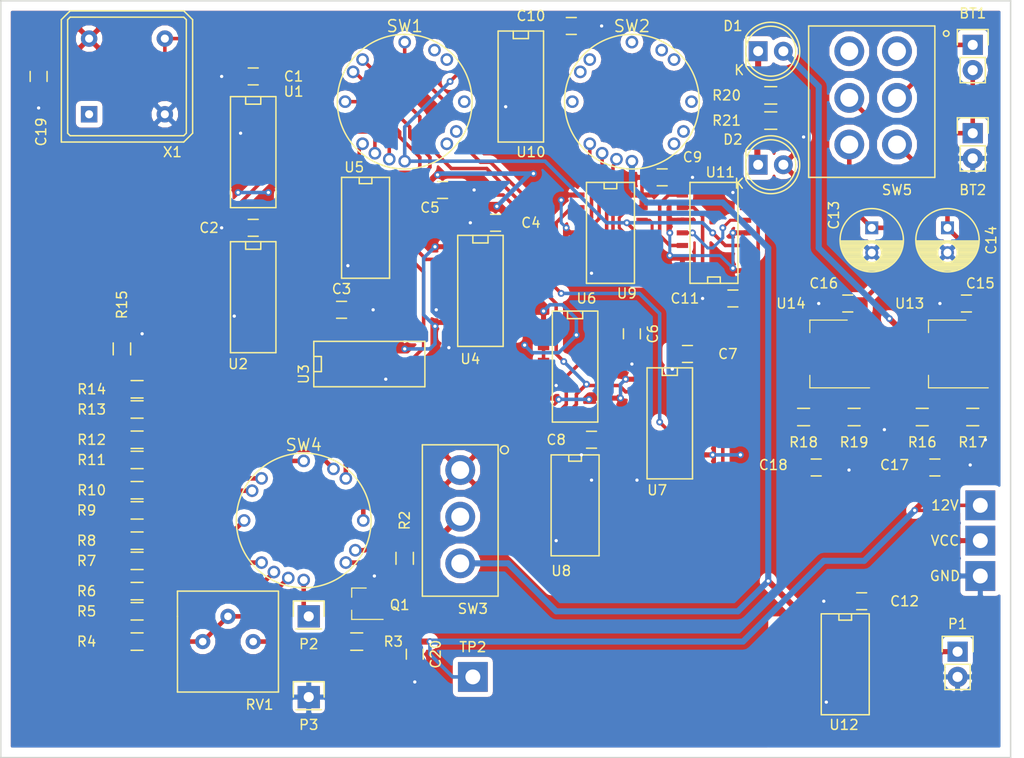
<source format=kicad_pcb>
(kicad_pcb (version 4) (host pcbnew 4.0.5)
  (layers (0 F.Cu signal) (31 B.Cu signal) (35 F.Paste user) (37 F.SilkS user) (39 F.Mask user) (44 Edge.Cuts user))
  (net 0 "")
  (net 1 "Net-(BT1-Pad1)")
  (net 2 "Net-(BT1-Pad2)")
  (net 3 GND)
  (net 4 VCC)
  (net 5 /power/9V_in)
  (net 6 /power/18V_in)
  (net 7 +12V)
  (net 8 "Net-(D1-Pad1)")
  (net 9 "Net-(D2-Pad1)")
  (net 10 "Net-(P2-Pad1)")
  (net 11 "Net-(Q1-Pad1)")
  (net 12 "Net-(Q1-Pad3)")
  (net 13 "Net-(P1-Pad1)")
  (net 14 "Net-(R2-Pad2)")
  (net 15 /voltage_output/10V_out)
  (net 16 /voltage_output/5V_out)
  (net 17 /voltage_output/2V_out)
  (net 18 /voltage_output/1V_out)
  (net 19 /voltage_output/500mV_out)
  (net 20 /voltage_output/200mV_out)
  (net 21 /voltage_output/100mV_out)
  (net 22 /voltage_output/50mV_out)
  (net 23 /voltage_output/20mV_out)
  (net 24 /voltage_output/10mV_out)
  (net 25 /voltage_output/5mV_out)
  (net 26 /voltage_output/2mV_out)
  (net 27 "Net-(R16-Pad2)")
  (net 28 "Net-(R18-Pad2)")
  (net 29 /20MHz_clock)
  (net 30 /clock_decade_division/2MHz_clock)
  (net 31 /clock_decade_division/200kHz_clock)
  (net 32 /clock_decade_division/20kHz_clock)
  (net 33 /clock_decade_division/2kHz_clock)
  (net 34 /clock_decade_division/200Hz_clock)
  (net 35 /clock_decade_division/20Hz_clock)
  (net 36 "Net-(SW1-Pad8)")
  (net 37 "Net-(SW1-Pad9)")
  (net 38 "Net-(SW1-Pad10)")
  (net 39 "Net-(SW1-Pad11)")
  (net 40 "Net-(SW1-Pad12)")
  (net 41 /clock_decade_division/clock_divider_out)
  (net 42 /clock_final_division/div_by_1_out)
  (net 43 /clock_final_division/div_by_2_out)
  (net 44 /clock_final_division/div_by_5_out)
  (net 45 "Net-(SW2-Pad4)")
  (net 46 "Net-(SW2-Pad5)")
  (net 47 "Net-(SW2-Pad6)")
  (net 48 "Net-(SW2-Pad7)")
  (net 49 "Net-(SW2-Pad8)")
  (net 50 "Net-(SW2-Pad9)")
  (net 51 "Net-(SW2-Pad10)")
  (net 52 "Net-(SW2-Pad11)")
  (net 53 "Net-(SW2-Pad12)")
  (net 54 /clock_final_division/clock_final_division_out)
  (net 55 "Net-(U1-Pad14)")
  (net 56 "Net-(U1-Pad13)")
  (net 57 "Net-(U1-Pad12)")
  (net 58 "Net-(U1-Pad9)")
  (net 59 "Net-(U1-Pad15)")
  (net 60 "Net-(U2-Pad14)")
  (net 61 "Net-(U2-Pad13)")
  (net 62 "Net-(U2-Pad12)")
  (net 63 "Net-(U2-Pad9)")
  (net 64 "Net-(U2-Pad15)")
  (net 65 "Net-(U3-Pad14)")
  (net 66 "Net-(U3-Pad13)")
  (net 67 "Net-(U3-Pad12)")
  (net 68 "Net-(U3-Pad9)")
  (net 69 "Net-(U3-Pad15)")
  (net 70 "Net-(U4-Pad14)")
  (net 71 "Net-(U4-Pad13)")
  (net 72 "Net-(U4-Pad12)")
  (net 73 "Net-(U4-Pad9)")
  (net 74 "Net-(U4-Pad15)")
  (net 75 "Net-(U6-Pad14)")
  (net 76 "Net-(U6-Pad13)")
  (net 77 "Net-(U6-Pad12)")
  (net 78 "Net-(U6-Pad9)")
  (net 79 "Net-(U6-Pad15)")
  (net 80 "Net-(U7-Pad14)")
  (net 81 "Net-(U7-Pad13)")
  (net 82 "Net-(U7-Pad12)")
  (net 83 "Net-(U7-Pad9)")
  (net 84 "Net-(U7-Pad15)")
  (net 85 "Net-(U8-Pad8)")
  (net 86 "Net-(U8-Pad11)")
  (net 87 "Net-(U9-Pad2)")
  (net 88 /clock_final_division/div_by_5)
  (net 89 "Net-(U9-Pad12)")
  (net 90 "Net-(U10-Pad14)")
  (net 91 "Net-(U10-Pad13)")
  (net 92 "Net-(U10-Pad11)")
  (net 93 "Net-(U10-Pad15)")
  (net 94 "Net-(U11-Pad2)")
  (net 95 /clock_final_division/div_by_2)
  (net 96 "Net-(U11-Pad12)")
  (net 97 "Net-(U12-Pad11)")
  (net 98 "Net-(X1-Pad1)")
  (module calbox:SW_ROTARY_SP12T_MRK112 (layer F.Cu) (at 106.68 96.52)
    (fp_text reference SW1 (at 0 -7.6044) (layer F.SilkS) (effects (font (size 1.2 1.2))))
    (fp_text value SW_Rotary12)
    (pad 1 thru_hole oval (at -1.551464 5.790145) (size 1.27 1.27) (drill 0.7874) (layers *.Cu *.Mask) (net 29 /20MHz_clock))
    (pad 2 thru_hole oval (at -2.9972 5.191302) (size 1.27 1.27) (drill 0.7874) (layers *.Cu *.Mask) (net 30 /clock_decade_division/2MHz_clock))
    (pad 3 thru_hole oval (at -4.23868 4.23868) (size 1.27 1.27) (drill 0.7874) (layers *.Cu *.Mask) (net 31 /clock_decade_division/200kHz_clock))
    (pad 4 thru_hole oval (at -5.9944 0) (size 1.27 1.27) (drill 0.7874) (layers *.Cu *.Mask) (net 32 /clock_decade_division/20kHz_clock))
    (pad 5 thru_hole oval (at -5.191302 -2.9972) (size 1.27 1.27) (drill 0.7874) (layers *.Cu *.Mask) (net 33 /clock_decade_division/2kHz_clock))
    (pad 6 thru_hole oval (at -4.23868 -4.23868) (size 1.27 1.27) (drill 0.7874) (layers *.Cu *.Mask) (net 34 /clock_decade_division/200Hz_clock))
    (pad 7 thru_hole oval (at 0 -5.9944) (size 1.27 1.27) (drill 0.7874) (layers *.Cu *.Mask) (net 35 /clock_decade_division/20Hz_clock))
    (pad 8 thru_hole oval (at 2.997199 -5.191302) (size 1.27 1.27) (drill 0.7874) (layers *.Cu *.Mask) (net 36 "Net-(SW1-Pad8)"))
    (pad 9 thru_hole oval (at 4.23868 -4.23868) (size 1.27 1.27) (drill 0.7874) (layers *.Cu *.Mask) (net 37 "Net-(SW1-Pad9)"))
    (pad 10 thru_hole oval (at 5.9944 0) (size 1.27 1.27) (drill 0.7874) (layers *.Cu *.Mask) (net 38 "Net-(SW1-Pad10)"))
    (pad 11 thru_hole oval (at 5.191302 2.997199) (size 1.27 1.27) (drill 0.7874) (layers *.Cu *.Mask) (net 39 "Net-(SW1-Pad11)"))
    (pad 12 thru_hole oval (at 4.23868 4.23868) (size 1.27 1.27) (drill 0.7874) (layers *.Cu *.Mask) (net 40 "Net-(SW1-Pad12)"))
    (pad 13 thru_hole oval (at 0 5.9944) (size 1.27 1.27) (drill 0.7874) (layers *.Cu *.Mask) (net 41 /clock_decade_division/clock_divider_out))
  )
  (module Pin_Headers:Pin_Header_Straight_1x02 (layer F.Cu) (at 163.83 90.805)
    (fp_text reference BT1 (at 0 -3.175) (layer F.SilkS))
    (fp_text value Battery_Cell)
    (pad 1 thru_hole rect (at 0 0) (size 2.032 2.032) (drill 1.016) (layers *.Cu *.Mask) (net 1 "Net-(BT1-Pad1)"))
    (pad 2 thru_hole oval (at 0 2.54) (size 2.032 2.032) (drill 1.016) (layers *.Cu *.Mask) (net 2 "Net-(BT1-Pad2)"))
  )
  (module Pin_Headers:Pin_Header_Straight_1x02 (layer F.Cu) (at 163.83 99.695)
    (fp_text reference BT2 (at 0 5.715) (layer F.SilkS))
    (fp_text value Battery_Cell)
    (pad 1 thru_hole rect (at 0 0) (size 2.032 2.032) (drill 1.016) (layers *.Cu *.Mask) (net 2 "Net-(BT1-Pad2)"))
    (pad 2 thru_hole oval (at 0 2.54) (size 2.032 2.032) (drill 1.016) (layers *.Cu *.Mask) (net 3 GND))
  )
  (module Capacitors_THT:C_Radial_D6.3_L11.2_P2.5 (layer F.Cu) (at 153.67 109.22 270)
    (fp_text reference C13 (at -1.27 3.81 450) (layer F.SilkS))
    (fp_text value 100u)
    (pad 2 thru_hole circle (at 2.5 0 270) (size 1.3 1.3) (drill 0.8) (layers *.Cu *.Mask) (net 3 GND))
    (pad 1 thru_hole rect (at 0 0 270) (size 1.3 1.3) (drill 0.8) (layers *.Cu *.Mask) (net 5 /power/9V_in))
  )
  (module LEDs:LED-5MM (layer F.Cu) (at 142.24 91.44)
    (fp_text reference D1 (at -2.54 -2.54) (layer F.SilkS))
    (fp_text value LED_ALT)
    (fp_text user K (at -1.905 1.905) (layer F.SilkS))
    (pad 1 thru_hole rect (at 0 0 90) (size 2 1.9) (drill 1.00076) (layers *.Cu *.Mask) (net 8 "Net-(D1-Pad1)"))
    (pad 2 thru_hole circle (at 2.54 0) (size 1.9 1.9) (drill 1.00076) (layers *.Cu *.Mask) (net 7 +12V))
  )
  (module LEDs:LED-5MM (layer F.Cu) (at 142.24 102.87)
    (fp_text reference D2 (at -2.54 -2.54) (layer F.SilkS))
    (fp_text value LED_ALT)
    (fp_text user K (at -1.905 1.905) (layer F.SilkS))
    (pad 1 thru_hole rect (at 0 0 90) (size 2 1.9) (drill 1.00076) (layers *.Cu *.Mask) (net 9 "Net-(D2-Pad1)"))
    (pad 2 thru_hole circle (at 2.54 0) (size 1.9 1.9) (drill 1.00076) (layers *.Cu *.Mask) (net 4 VCC))
  )
  (module TO_SOT_Packages_SMD:SOT-23_Handsoldering (layer F.Cu) (at 102.108 147.066 180)
    (fp_text reference Q1 (at -4.064 -0.127 180) (layer F.SilkS))
    (fp_text value Q_NPN_BEC)
    (pad 1 smd rect (at -1.5 -0.95 180) (size 1.9 0.8) (layers F.Cu F.Paste F.Mask) (net 11 "Net-(Q1-Pad1)"))
    (pad 2 smd rect (at -1.5 0.95 180) (size 1.9 0.8) (layers F.Cu F.Paste F.Mask) (net 3 GND))
    (pad 3 smd rect (at 1.5 0 180) (size 1.9 0.8) (layers F.Cu F.Paste F.Mask) (net 12 "Net-(Q1-Pad3)"))
  )
  (module Resistors_SMD:R_0805_HandSoldering (layer F.Cu) (at 106.68 142.494 90)
    (fp_text reference R2 (at 3.81 0 90) (layer F.SilkS))
    (fp_text value 470)
    (pad 1 smd rect (at -1.35 0 90) (size 1.5 1.3) (layers F.Cu F.Paste F.Mask) (net 11 "Net-(Q1-Pad1)"))
    (pad 2 smd rect (at 1.35 0 90) (size 1.5 1.3) (layers F.Cu F.Paste F.Mask) (net 14 "Net-(R2-Pad2)"))
  )
  (module Resistors_SMD:R_0805_HandSoldering (layer F.Cu) (at 101.854 150.876 180)
    (fp_text reference R3 (at -3.683 0 180) (layer F.SilkS))
    (fp_text value 1k)
    (pad 1 smd rect (at -1.35 0 180) (size 1.5 1.3) (layers F.Cu F.Paste F.Mask) (net 7 +12V))
    (pad 2 smd rect (at 1.35 0 180) (size 1.5 1.3) (layers F.Cu F.Paste F.Mask) (net 12 "Net-(Q1-Pad3)"))
  )
  (module Resistors_SMD:R_0805_HandSoldering (layer F.Cu) (at 79.756 150.876 180)
    (fp_text reference R4 (at 5.08 0 180) (layer F.SilkS))
    (fp_text value R)
    (pad 1 smd rect (at -1.35 0 180) (size 1.5 1.3) (layers F.Cu F.Paste F.Mask) (net 15 /voltage_output/10V_out))
    (pad 2 smd rect (at 1.35 0 180) (size 1.5 1.3) (layers F.Cu F.Paste F.Mask) (net 16 /voltage_output/5V_out))
  )
  (module Resistors_SMD:R_0805_HandSoldering (layer F.Cu) (at 79.756 147.828)
    (fp_text reference R5 (at -5.08 0) (layer F.SilkS))
    (fp_text value R)
    (pad 1 smd rect (at -1.35 0) (size 1.5 1.3) (layers F.Cu F.Paste F.Mask) (net 16 /voltage_output/5V_out))
    (pad 2 smd rect (at 1.35 0) (size 1.5 1.3) (layers F.Cu F.Paste F.Mask) (net 17 /voltage_output/2V_out))
  )
  (module Resistors_SMD:R_0805_HandSoldering (layer F.Cu) (at 79.756 145.796 180)
    (fp_text reference R6 (at 5.08 0 180) (layer F.SilkS))
    (fp_text value R)
    (pad 1 smd rect (at -1.35 0 180) (size 1.5 1.3) (layers F.Cu F.Paste F.Mask) (net 17 /voltage_output/2V_out))
    (pad 2 smd rect (at 1.35 0 180) (size 1.5 1.3) (layers F.Cu F.Paste F.Mask) (net 18 /voltage_output/1V_out))
  )
  (module Resistors_SMD:R_0805_HandSoldering (layer F.Cu) (at 79.756 142.748)
    (fp_text reference R7 (at -5.08 0) (layer F.SilkS))
    (fp_text value R)
    (pad 1 smd rect (at -1.35 0) (size 1.5 1.3) (layers F.Cu F.Paste F.Mask) (net 18 /voltage_output/1V_out))
    (pad 2 smd rect (at 1.35 0) (size 1.5 1.3) (layers F.Cu F.Paste F.Mask) (net 19 /voltage_output/500mV_out))
  )
  (module Resistors_SMD:R_0805_HandSoldering (layer F.Cu) (at 79.756 140.716 180)
    (fp_text reference R8 (at 5.08 0 180) (layer F.SilkS))
    (fp_text value R)
    (pad 1 smd rect (at -1.35 0 180) (size 1.5 1.3) (layers F.Cu F.Paste F.Mask) (net 19 /voltage_output/500mV_out))
    (pad 2 smd rect (at 1.35 0 180) (size 1.5 1.3) (layers F.Cu F.Paste F.Mask) (net 20 /voltage_output/200mV_out))
  )
  (module Resistors_SMD:R_0805_HandSoldering (layer F.Cu) (at 79.756 137.668)
    (fp_text reference R9 (at -5.08 0) (layer F.SilkS))
    (fp_text value R)
    (pad 1 smd rect (at -1.35 0) (size 1.5 1.3) (layers F.Cu F.Paste F.Mask) (net 20 /voltage_output/200mV_out))
    (pad 2 smd rect (at 1.35 0) (size 1.5 1.3) (layers F.Cu F.Paste F.Mask) (net 21 /voltage_output/100mV_out))
  )
  (module Resistors_SMD:R_0805_HandSoldering (layer F.Cu) (at 79.756 135.636 180)
    (fp_text reference R10 (at 4.572 0 180) (layer F.SilkS))
    (fp_text value R)
    (pad 1 smd rect (at -1.35 0 180) (size 1.5 1.3) (layers F.Cu F.Paste F.Mask) (net 21 /voltage_output/100mV_out))
    (pad 2 smd rect (at 1.35 0 180) (size 1.5 1.3) (layers F.Cu F.Paste F.Mask) (net 22 /voltage_output/50mV_out))
  )
  (module Resistors_SMD:R_0805_HandSoldering (layer F.Cu) (at 79.756 132.588)
    (fp_text reference R11 (at -4.572 0) (layer F.SilkS))
    (fp_text value R)
    (pad 1 smd rect (at -1.35 0) (size 1.5 1.3) (layers F.Cu F.Paste F.Mask) (net 22 /voltage_output/50mV_out))
    (pad 2 smd rect (at 1.35 0) (size 1.5 1.3) (layers F.Cu F.Paste F.Mask) (net 23 /voltage_output/20mV_out))
  )
  (module Resistors_SMD:R_0805_HandSoldering (layer F.Cu) (at 79.756 130.556 180)
    (fp_text reference R12 (at 4.572 0 180) (layer F.SilkS))
    (fp_text value R)
    (pad 1 smd rect (at -1.35 0 180) (size 1.5 1.3) (layers F.Cu F.Paste F.Mask) (net 23 /voltage_output/20mV_out))
    (pad 2 smd rect (at 1.35 0 180) (size 1.5 1.3) (layers F.Cu F.Paste F.Mask) (net 24 /voltage_output/10mV_out))
  )
  (module Resistors_SMD:R_0805_HandSoldering (layer F.Cu) (at 79.756 127.508)
    (fp_text reference R13 (at -4.572 0) (layer F.SilkS))
    (fp_text value R)
    (pad 1 smd rect (at -1.35 0) (size 1.5 1.3) (layers F.Cu F.Paste F.Mask) (net 24 /voltage_output/10mV_out))
    (pad 2 smd rect (at 1.35 0) (size 1.5 1.3) (layers F.Cu F.Paste F.Mask) (net 25 /voltage_output/5mV_out))
  )
  (module Resistors_SMD:R_0805_HandSoldering (layer F.Cu) (at 79.756 125.476 180)
    (fp_text reference R14 (at 4.572 0 180) (layer F.SilkS))
    (fp_text value R)
    (pad 1 smd rect (at -1.35 0 180) (size 1.5 1.3) (layers F.Cu F.Paste F.Mask) (net 25 /voltage_output/5mV_out))
    (pad 2 smd rect (at 1.35 0 180) (size 1.5 1.3) (layers F.Cu F.Paste F.Mask) (net 26 /voltage_output/2mV_out))
  )
  (module Resistors_SMD:R_0805_HandSoldering (layer F.Cu) (at 78.232 121.412 90)
    (fp_text reference R15 (at 4.445 0 90) (layer F.SilkS))
    (fp_text value R)
    (pad 1 smd rect (at -1.35 0 90) (size 1.5 1.3) (layers F.Cu F.Paste F.Mask) (net 26 /voltage_output/2mV_out))
    (pad 2 smd rect (at 1.35 0 90) (size 1.5 1.3) (layers F.Cu F.Paste F.Mask) (net 3 GND))
  )
  (module Resistors_SMD:R_0805_HandSoldering (layer F.Cu) (at 158.75 128.27)
    (fp_text reference R16 (at 0 2.54) (layer F.SilkS))
    (fp_text value 120)
    (pad 1 smd rect (at -1.35 0) (size 1.5 1.3) (layers F.Cu F.Paste F.Mask) (net 7 +12V))
    (pad 2 smd rect (at 1.35 0) (size 1.5 1.3) (layers F.Cu F.Paste F.Mask) (net 27 "Net-(R16-Pad2)"))
  )
  (module Resistors_SMD:R_0805_HandSoldering (layer F.Cu) (at 163.83 128.27)
    (fp_text reference R17 (at 0 2.54) (layer F.SilkS))
    (fp_text value 1k)
    (pad 1 smd rect (at -1.35 0) (size 1.5 1.3) (layers F.Cu F.Paste F.Mask) (net 27 "Net-(R16-Pad2)"))
    (pad 2 smd rect (at 1.35 0) (size 1.5 1.3) (layers F.Cu F.Paste F.Mask) (net 3 GND))
  )
  (module Resistors_SMD:R_0805_HandSoldering (layer F.Cu) (at 146.812 128.27)
    (fp_text reference R18 (at 0 2.54) (layer F.SilkS))
    (fp_text value 120)
    (pad 1 smd rect (at -1.35 0) (size 1.5 1.3) (layers F.Cu F.Paste F.Mask) (net 4 VCC))
    (pad 2 smd rect (at 1.35 0) (size 1.5 1.3) (layers F.Cu F.Paste F.Mask) (net 28 "Net-(R18-Pad2)"))
  )
  (module Resistors_SMD:R_0805_HandSoldering (layer F.Cu) (at 151.892 128.27)
    (fp_text reference R19 (at 0 2.54) (layer F.SilkS))
    (fp_text value 200)
    (pad 1 smd rect (at -1.35 0) (size 1.5 1.3) (layers F.Cu F.Paste F.Mask) (net 28 "Net-(R18-Pad2)"))
    (pad 2 smd rect (at 1.35 0) (size 1.5 1.3) (layers F.Cu F.Paste F.Mask) (net 3 GND))
  )
  (module Resistors_SMD:R_0805_HandSoldering (layer F.Cu) (at 143.51 95.885)
    (fp_text reference R20 (at -4.445 0) (layer F.SilkS))
    (fp_text value R)
    (pad 1 smd rect (at -1.35 0) (size 1.5 1.3) (layers F.Cu F.Paste F.Mask) (net 8 "Net-(D1-Pad1)"))
    (pad 2 smd rect (at 1.35 0) (size 1.5 1.3) (layers F.Cu F.Paste F.Mask) (net 3 GND))
  )
  (module Resistors_SMD:R_0805_HandSoldering (layer F.Cu) (at 143.51 98.425)
    (fp_text reference R21 (at -4.445 0) (layer F.SilkS))
    (fp_text value R)
    (pad 1 smd rect (at -1.35 0) (size 1.5 1.3) (layers F.Cu F.Paste F.Mask) (net 9 "Net-(D2-Pad1)"))
    (pad 2 smd rect (at 1.35 0) (size 1.5 1.3) (layers F.Cu F.Paste F.Mask) (net 3 GND))
  )
  (module calbox:Potentiometer_Bourns_3362_ScrewUp (layer F.Cu) (at 91.44 150.876 180)
    (fp_text reference RV1 (at -0.635 -6.35 180) (layer F.SilkS))
    (fp_text value 2k)
    (pad 1 thru_hole circle (at 0 0 180) (size 1.524 1.524) (drill 0.762) (layers *.Cu *.Mask) (net 12 "Net-(Q1-Pad3)"))
    (pad 2 thru_hole circle (at 2.54 2.54 180) (size 1.524 1.524) (drill 0.762) (layers *.Cu *.Mask) (net 15 /voltage_output/10V_out))
    (pad 3 thru_hole circle (at 5.08 0 180) (size 1.524 1.524) (drill 0.762) (layers *.Cu *.Mask) (net 15 /voltage_output/10V_out))
  )
  (module calbox:SW_ROTARY_SP12T_MRK112 (layer F.Cu) (at 129.54 96.52)
    (fp_text reference SW2 (at 0 -7.6044) (layer F.SilkS) (effects (font (size 1.2 1.2))))
    (fp_text value SW_Rotary12)
    (pad 1 thru_hole oval (at -1.551464 5.790145) (size 1.27 1.27) (drill 0.7874) (layers *.Cu *.Mask) (net 42 /clock_final_division/div_by_1_out))
    (pad 2 thru_hole oval (at -2.9972 5.191302) (size 1.27 1.27) (drill 0.7874) (layers *.Cu *.Mask) (net 43 /clock_final_division/div_by_2_out))
    (pad 3 thru_hole oval (at -4.23868 4.23868) (size 1.27 1.27) (drill 0.7874) (layers *.Cu *.Mask) (net 44 /clock_final_division/div_by_5_out))
    (pad 4 thru_hole oval (at -5.9944 0) (size 1.27 1.27) (drill 0.7874) (layers *.Cu *.Mask) (net 45 "Net-(SW2-Pad4)"))
    (pad 5 thru_hole oval (at -5.191302 -2.9972) (size 1.27 1.27) (drill 0.7874) (layers *.Cu *.Mask) (net 46 "Net-(SW2-Pad5)"))
    (pad 6 thru_hole oval (at -4.23868 -4.23868) (size 1.27 1.27) (drill 0.7874) (layers *.Cu *.Mask) (net 47 "Net-(SW2-Pad6)"))
    (pad 7 thru_hole oval (at 0 -5.9944) (size 1.27 1.27) (drill 0.7874) (layers *.Cu *.Mask) (net 48 "Net-(SW2-Pad7)"))
    (pad 8 thru_hole oval (at 2.997199 -5.191302) (size 1.27 1.27) (drill 0.7874) (layers *.Cu *.Mask) (net 49 "Net-(SW2-Pad8)"))
    (pad 9 thru_hole oval (at 4.23868 -4.23868) (size 1.27 1.27) (drill 0.7874) (layers *.Cu *.Mask) (net 50 "Net-(SW2-Pad9)"))
    (pad 10 thru_hole oval (at 5.9944 0) (size 1.27 1.27) (drill 0.7874) (layers *.Cu *.Mask) (net 51 "Net-(SW2-Pad10)"))
    (pad 11 thru_hole oval (at 5.191302 2.997199) (size 1.27 1.27) (drill 0.7874) (layers *.Cu *.Mask) (net 52 "Net-(SW2-Pad11)"))
    (pad 12 thru_hole oval (at 4.23868 4.23868) (size 1.27 1.27) (drill 0.7874) (layers *.Cu *.Mask) (net 53 "Net-(SW2-Pad12)"))
    (pad 13 thru_hole oval (at 0 5.9944) (size 1.27 1.27) (drill 0.7874) (layers *.Cu *.Mask) (net 54 /clock_final_division/clock_final_division_out))
  )
  (module calbox:SW_SPDT_NKK_M201xxxx03 (layer F.Cu) (at 112.268 133.604 180)
    (fp_text reference SW3 (at -1.27 -13.97 180) (layer F.SilkS))
    (fp_text value SW_SPDT)
    (pad 3 thru_hole circle (at 0 -9.398 180) (size 3 3) (drill 1.8) (layers *.Cu *.Mask) (net 54 /clock_final_division/clock_final_division_out))
    (pad 2 thru_hole circle (at 0 -4.699 180) (size 3 3) (drill 1.8) (layers *.Cu *.Mask) (net 14 "Net-(R2-Pad2)"))
    (pad 1 thru_hole circle (at 0 0 180) (size 3 3) (drill 1.8) (layers *.Cu *.Mask) (net 4 VCC))
  )
  (module calbox:SW_ROTARY_SP12T_MRK112 (layer F.Cu) (at 96.52 138.684)
    (fp_text reference SW4 (at 0 -7.6044) (layer F.SilkS) (effects (font (size 1.2 1.2))))
    (fp_text value SW_Rotary12)
    (pad 1 thru_hole oval (at -1.551464 5.790145) (size 1.27 1.27) (drill 0.7874) (layers *.Cu *.Mask) (net 15 /voltage_output/10V_out))
    (pad 2 thru_hole oval (at -2.9972 5.191302) (size 1.27 1.27) (drill 0.7874) (layers *.Cu *.Mask) (net 16 /voltage_output/5V_out))
    (pad 3 thru_hole oval (at -4.23868 4.23868) (size 1.27 1.27) (drill 0.7874) (layers *.Cu *.Mask) (net 17 /voltage_output/2V_out))
    (pad 4 thru_hole oval (at -5.9944 0) (size 1.27 1.27) (drill 0.7874) (layers *.Cu *.Mask) (net 18 /voltage_output/1V_out))
    (pad 5 thru_hole oval (at -5.191302 -2.9972) (size 1.27 1.27) (drill 0.7874) (layers *.Cu *.Mask) (net 19 /voltage_output/500mV_out))
    (pad 6 thru_hole oval (at -4.23868 -4.23868) (size 1.27 1.27) (drill 0.7874) (layers *.Cu *.Mask) (net 20 /voltage_output/200mV_out))
    (pad 7 thru_hole oval (at 0 -5.9944) (size 1.27 1.27) (drill 0.7874) (layers *.Cu *.Mask) (net 21 /voltage_output/100mV_out))
    (pad 8 thru_hole oval (at 2.997199 -5.191302) (size 1.27 1.27) (drill 0.7874) (layers *.Cu *.Mask) (net 22 /voltage_output/50mV_out))
    (pad 9 thru_hole oval (at 4.23868 -4.23868) (size 1.27 1.27) (drill 0.7874) (layers *.Cu *.Mask) (net 23 /voltage_output/20mV_out))
    (pad 10 thru_hole oval (at 5.9944 0) (size 1.27 1.27) (drill 0.7874) (layers *.Cu *.Mask) (net 24 /voltage_output/10mV_out))
    (pad 11 thru_hole oval (at 5.191302 2.997199) (size 1.27 1.27) (drill 0.7874) (layers *.Cu *.Mask) (net 25 /voltage_output/5mV_out))
    (pad 12 thru_hole oval (at 4.23868 4.23868) (size 1.27 1.27) (drill 0.7874) (layers *.Cu *.Mask) (net 26 /voltage_output/2mV_out))
    (pad 13 thru_hole oval (at 0 5.9944) (size 1.27 1.27) (drill 0.7874) (layers *.Cu *.Mask) (net 10 "Net-(P2-Pad1)"))
  )
  (module calbox:SW_NKK_M20xxxxx03_DPST (layer F.Cu) (at 156.21 91.44 180)
    (fp_text reference SW5 (at 0 -13.97 180) (layer F.SilkS))
    (fp_text value SW_DPST_NKK_M2021)
    (pad 6 thru_hole circle (at 4.8006 -9.398 180) (size 3 3) (drill 1.8) (layers *.Cu *.Mask) (net 5 /power/9V_in))
    (pad 3 thru_hole circle (at 0 -9.398 180) (size 3 3) (drill 1.8) (layers *.Cu *.Mask) (net 6 /power/18V_in))
    (pad 5 thru_hole circle (at 4.8006 -4.699 180) (size 3 3) (drill 1.8) (layers *.Cu *.Mask) (net 2 "Net-(BT1-Pad2)"))
    (pad 2 thru_hole circle (at 0 -4.699 180) (size 3 3) (drill 1.8) (layers *.Cu *.Mask) (net 1 "Net-(BT1-Pad1)"))
    (pad 4 thru_hole circle (at 4.8006 0 180) (size 3 3) (drill 1.8) (layers *.Cu *.Mask))
    (pad 1 thru_hole circle (at 0 0 180) (size 3 3) (drill 1.8) (layers *.Cu *.Mask))
  )
  (module SMD_Packages:SO-16-N (layer F.Cu) (at 91.44 101.6 270)
    (fp_text reference U1 (at -6.096 -4.064 360) (layer F.SilkS))
    (fp_text value 74LVC161)
    (pad 16 smd rect (at -4.445 -3.175 270) (size 0.508 1.143) (layers F.Cu F.Paste F.Mask) (net 4 VCC))
    (pad 14 smd rect (at -1.905 -3.175 270) (size 0.508 1.143) (layers F.Cu F.Paste F.Mask) (net 55 "Net-(U1-Pad14)"))
    (pad 13 smd rect (at -0.635 -3.175 270) (size 0.508 1.143) (layers F.Cu F.Paste F.Mask) (net 56 "Net-(U1-Pad13)"))
    (pad 12 smd rect (at 0.635 -3.175 270) (size 0.508 1.143) (layers F.Cu F.Paste F.Mask) (net 57 "Net-(U1-Pad12)"))
    (pad 11 smd rect (at 1.905 -3.175 270) (size 0.508 1.143) (layers F.Cu F.Paste F.Mask) (net 30 /clock_decade_division/2MHz_clock))
    (pad 10 smd rect (at 3.175 -3.175 270) (size 0.508 1.143) (layers F.Cu F.Paste F.Mask) (net 4 VCC))
    (pad 9 smd rect (at 4.445 -3.175 270) (size 0.508 1.143) (layers F.Cu F.Paste F.Mask) (net 58 "Net-(U1-Pad9)"))
    (pad 8 smd rect (at 4.445 3.175 270) (size 0.508 1.143) (layers F.Cu F.Paste F.Mask) (net 3 GND))
    (pad 7 smd rect (at 3.175 3.175 270) (size 0.508 1.143) (layers F.Cu F.Paste F.Mask) (net 4 VCC))
    (pad 6 smd rect (at 1.905 3.175 270) (size 0.508 1.143) (layers F.Cu F.Paste F.Mask) (net 3 GND))
    (pad 5 smd rect (at 0.635 3.175 270) (size 0.508 1.143) (layers F.Cu F.Paste F.Mask) (net 3 GND))
    (pad 4 smd rect (at -0.635 3.175 270) (size 0.508 1.143) (layers F.Cu F.Paste F.Mask) (net 3 GND))
    (pad 3 smd rect (at -1.905 3.175 270) (size 0.508 1.143) (layers F.Cu F.Paste F.Mask) (net 3 GND))
    (pad 2 smd rect (at -3.175 3.175 270) (size 0.508 1.143) (layers F.Cu F.Paste F.Mask) (net 29 /20MHz_clock))
    (pad 1 smd rect (at -4.445 3.175 270) (size 0.508 1.143) (layers F.Cu F.Paste F.Mask) (net 4 VCC))
    (pad 15 smd rect (at -3.175 -3.175 270) (size 0.508 1.143) (layers F.Cu F.Paste F.Mask) (net 59 "Net-(U1-Pad15)"))
  )
  (module SMD_Packages:SO-16-N (layer F.Cu) (at 91.44 116.205 270)
    (fp_text reference U2 (at 6.731 1.524 360) (layer F.SilkS))
    (fp_text value 74LVC161)
    (pad 16 smd rect (at -4.445 -3.175 270) (size 0.508 1.143) (layers F.Cu F.Paste F.Mask) (net 4 VCC))
    (pad 14 smd rect (at -1.905 -3.175 270) (size 0.508 1.143) (layers F.Cu F.Paste F.Mask) (net 60 "Net-(U2-Pad14)"))
    (pad 13 smd rect (at -0.635 -3.175 270) (size 0.508 1.143) (layers F.Cu F.Paste F.Mask) (net 61 "Net-(U2-Pad13)"))
    (pad 12 smd rect (at 0.635 -3.175 270) (size 0.508 1.143) (layers F.Cu F.Paste F.Mask) (net 62 "Net-(U2-Pad12)"))
    (pad 11 smd rect (at 1.905 -3.175 270) (size 0.508 1.143) (layers F.Cu F.Paste F.Mask) (net 31 /clock_decade_division/200kHz_clock))
    (pad 10 smd rect (at 3.175 -3.175 270) (size 0.508 1.143) (layers F.Cu F.Paste F.Mask) (net 4 VCC))
    (pad 9 smd rect (at 4.445 -3.175 270) (size 0.508 1.143) (layers F.Cu F.Paste F.Mask) (net 63 "Net-(U2-Pad9)"))
    (pad 8 smd rect (at 4.445 3.175 270) (size 0.508 1.143) (layers F.Cu F.Paste F.Mask) (net 3 GND))
    (pad 7 smd rect (at 3.175 3.175 270) (size 0.508 1.143) (layers F.Cu F.Paste F.Mask) (net 4 VCC))
    (pad 6 smd rect (at 1.905 3.175 270) (size 0.508 1.143) (layers F.Cu F.Paste F.Mask) (net 3 GND))
    (pad 5 smd rect (at 0.635 3.175 270) (size 0.508 1.143) (layers F.Cu F.Paste F.Mask) (net 3 GND))
    (pad 4 smd rect (at -0.635 3.175 270) (size 0.508 1.143) (layers F.Cu F.Paste F.Mask) (net 3 GND))
    (pad 3 smd rect (at -1.905 3.175 270) (size 0.508 1.143) (layers F.Cu F.Paste F.Mask) (net 3 GND))
    (pad 2 smd rect (at -3.175 3.175 270) (size 0.508 1.143) (layers F.Cu F.Paste F.Mask) (net 30 /clock_decade_division/2MHz_clock))
    (pad 1 smd rect (at -4.445 3.175 270) (size 0.508 1.143) (layers F.Cu F.Paste F.Mask) (net 4 VCC))
    (pad 15 smd rect (at -3.175 -3.175 270) (size 0.508 1.143) (layers F.Cu F.Paste F.Mask) (net 64 "Net-(U2-Pad15)"))
  )
  (module SMD_Packages:SO-16-N (layer F.Cu) (at 103.124 122.936)
    (fp_text reference U3 (at -6.604 1.016 90) (layer F.SilkS))
    (fp_text value 74LVC161)
    (pad 16 smd rect (at -4.445 -3.175) (size 0.508 1.143) (layers F.Cu F.Paste F.Mask) (net 4 VCC))
    (pad 14 smd rect (at -1.905 -3.175) (size 0.508 1.143) (layers F.Cu F.Paste F.Mask) (net 65 "Net-(U3-Pad14)"))
    (pad 13 smd rect (at -0.635 -3.175) (size 0.508 1.143) (layers F.Cu F.Paste F.Mask) (net 66 "Net-(U3-Pad13)"))
    (pad 12 smd rect (at 0.635 -3.175) (size 0.508 1.143) (layers F.Cu F.Paste F.Mask) (net 67 "Net-(U3-Pad12)"))
    (pad 11 smd rect (at 1.905 -3.175) (size 0.508 1.143) (layers F.Cu F.Paste F.Mask) (net 32 /clock_decade_division/20kHz_clock))
    (pad 10 smd rect (at 3.175 -3.175) (size 0.508 1.143) (layers F.Cu F.Paste F.Mask) (net 4 VCC))
    (pad 9 smd rect (at 4.445 -3.175) (size 0.508 1.143) (layers F.Cu F.Paste F.Mask) (net 68 "Net-(U3-Pad9)"))
    (pad 8 smd rect (at 4.445 3.175) (size 0.508 1.143) (layers F.Cu F.Paste F.Mask) (net 3 GND))
    (pad 7 smd rect (at 3.175 3.175) (size 0.508 1.143) (layers F.Cu F.Paste F.Mask) (net 4 VCC))
    (pad 6 smd rect (at 1.905 3.175) (size 0.508 1.143) (layers F.Cu F.Paste F.Mask) (net 3 GND))
    (pad 5 smd rect (at 0.635 3.175) (size 0.508 1.143) (layers F.Cu F.Paste F.Mask) (net 3 GND))
    (pad 4 smd rect (at -0.635 3.175) (size 0.508 1.143) (layers F.Cu F.Paste F.Mask) (net 3 GND))
    (pad 3 smd rect (at -1.905 3.175) (size 0.508 1.143) (layers F.Cu F.Paste F.Mask) (net 3 GND))
    (pad 2 smd rect (at -3.175 3.175) (size 0.508 1.143) (layers F.Cu F.Paste F.Mask) (net 31 /clock_decade_division/200kHz_clock))
    (pad 1 smd rect (at -4.445 3.175) (size 0.508 1.143) (layers F.Cu F.Paste F.Mask) (net 4 VCC))
    (pad 15 smd rect (at -3.175 -3.175) (size 0.508 1.143) (layers F.Cu F.Paste F.Mask) (net 69 "Net-(U3-Pad15)"))
  )
  (module SMD_Packages:SO-16-N (layer F.Cu) (at 114.3 115.57 270)
    (fp_text reference U4 (at 6.858 1.016 360) (layer F.SilkS))
    (fp_text value 74LVC161)
    (pad 16 smd rect (at -4.445 -3.175 270) (size 0.508 1.143) (layers F.Cu F.Paste F.Mask) (net 4 VCC))
    (pad 14 smd rect (at -1.905 -3.175 270) (size 0.508 1.143) (layers F.Cu F.Paste F.Mask) (net 70 "Net-(U4-Pad14)"))
    (pad 13 smd rect (at -0.635 -3.175 270) (size 0.508 1.143) (layers F.Cu F.Paste F.Mask) (net 71 "Net-(U4-Pad13)"))
    (pad 12 smd rect (at 0.635 -3.175 270) (size 0.508 1.143) (layers F.Cu F.Paste F.Mask) (net 72 "Net-(U4-Pad12)"))
    (pad 11 smd rect (at 1.905 -3.175 270) (size 0.508 1.143) (layers F.Cu F.Paste F.Mask) (net 33 /clock_decade_division/2kHz_clock))
    (pad 10 smd rect (at 3.175 -3.175 270) (size 0.508 1.143) (layers F.Cu F.Paste F.Mask) (net 4 VCC))
    (pad 9 smd rect (at 4.445 -3.175 270) (size 0.508 1.143) (layers F.Cu F.Paste F.Mask) (net 73 "Net-(U4-Pad9)"))
    (pad 8 smd rect (at 4.445 3.175 270) (size 0.508 1.143) (layers F.Cu F.Paste F.Mask) (net 3 GND))
    (pad 7 smd rect (at 3.175 3.175 270) (size 0.508 1.143) (layers F.Cu F.Paste F.Mask) (net 4 VCC))
    (pad 6 smd rect (at 1.905 3.175 270) (size 0.508 1.143) (layers F.Cu F.Paste F.Mask) (net 3 GND))
    (pad 5 smd rect (at 0.635 3.175 270) (size 0.508 1.143) (layers F.Cu F.Paste F.Mask) (net 3 GND))
    (pad 4 smd rect (at -0.635 3.175 270) (size 0.508 1.143) (layers F.Cu F.Paste F.Mask) (net 3 GND))
    (pad 3 smd rect (at -1.905 3.175 270) (size 0.508 1.143) (layers F.Cu F.Paste F.Mask) (net 3 GND))
    (pad 2 smd rect (at -3.175 3.175 270) (size 0.508 1.143) (layers F.Cu F.Paste F.Mask) (net 32 /clock_decade_division/20kHz_clock))
    (pad 1 smd rect (at -4.445 3.175 270) (size 0.508 1.143) (layers F.Cu F.Paste F.Mask) (net 4 VCC))
    (pad 15 smd rect (at -3.175 -3.175 270) (size 0.508 1.143) (layers F.Cu F.Paste F.Mask) (net 74 "Net-(U4-Pad15)"))
  )
  (module SMD_Packages:SOIC-14_N (layer F.Cu) (at 102.87 109.22 270)
    (fp_text reference U5 (at -6.096 1.27 360) (layer F.SilkS))
    (fp_text value 74LVC00)
    (pad 1 smd rect (at -3.81 3.302 270) (size 0.508 1.143) (layers F.Cu F.Paste F.Mask) (net 55 "Net-(U1-Pad14)"))
    (pad 2 smd rect (at -2.54 3.302 270) (size 0.508 1.143) (layers F.Cu F.Paste F.Mask) (net 30 /clock_decade_division/2MHz_clock))
    (pad 3 smd rect (at -1.27 3.302 270) (size 0.508 1.143) (layers F.Cu F.Paste F.Mask) (net 58 "Net-(U1-Pad9)"))
    (pad 4 smd rect (at 0 3.302 270) (size 0.508 1.143) (layers F.Cu F.Paste F.Mask) (net 60 "Net-(U2-Pad14)"))
    (pad 5 smd rect (at 1.27 3.302 270) (size 0.508 1.143) (layers F.Cu F.Paste F.Mask) (net 31 /clock_decade_division/200kHz_clock))
    (pad 6 smd rect (at 2.54 3.302 270) (size 0.508 1.143) (layers F.Cu F.Paste F.Mask) (net 63 "Net-(U2-Pad9)"))
    (pad 7 smd rect (at 3.81 3.302 270) (size 0.508 1.143) (layers F.Cu F.Paste F.Mask) (net 3 GND))
    (pad 8 smd rect (at 3.81 -3.048 270) (size 0.508 1.143) (layers F.Cu F.Paste F.Mask) (net 68 "Net-(U3-Pad9)"))
    (pad 9 smd rect (at 2.54 -3.048 270) (size 0.508 1.143) (layers F.Cu F.Paste F.Mask) (net 65 "Net-(U3-Pad14)"))
    (pad 11 smd rect (at 0 -3.048 270) (size 0.508 1.143) (layers F.Cu F.Paste F.Mask) (net 73 "Net-(U4-Pad9)"))
    (pad 12 smd rect (at -1.27 -3.048 270) (size 0.508 1.143) (layers F.Cu F.Paste F.Mask) (net 70 "Net-(U4-Pad14)"))
    (pad 13 smd rect (at -2.54 -3.048 270) (size 0.508 1.143) (layers F.Cu F.Paste F.Mask) (net 33 /clock_decade_division/2kHz_clock))
    (pad 14 smd rect (at -3.81 -3.048 270) (size 0.508 1.143) (layers F.Cu F.Paste F.Mask) (net 4 VCC))
    (pad 10 smd rect (at 1.27 -3.048 270) (size 0.508 1.143) (layers F.Cu F.Paste F.Mask) (net 32 /clock_decade_division/20kHz_clock))
  )
  (module SMD_Packages:SO-16-N (layer F.Cu) (at 123.825 123.19 270)
    (fp_text reference U6 (at -6.858 -1.143 360) (layer F.SilkS))
    (fp_text value 74LVC161)
    (pad 16 smd rect (at -4.445 -3.175 270) (size 0.508 1.143) (layers F.Cu F.Paste F.Mask) (net 4 VCC))
    (pad 14 smd rect (at -1.905 -3.175 270) (size 0.508 1.143) (layers F.Cu F.Paste F.Mask) (net 75 "Net-(U6-Pad14)"))
    (pad 13 smd rect (at -0.635 -3.175 270) (size 0.508 1.143) (layers F.Cu F.Paste F.Mask) (net 76 "Net-(U6-Pad13)"))
    (pad 12 smd rect (at 0.635 -3.175 270) (size 0.508 1.143) (layers F.Cu F.Paste F.Mask) (net 77 "Net-(U6-Pad12)"))
    (pad 11 smd rect (at 1.905 -3.175 270) (size 0.508 1.143) (layers F.Cu F.Paste F.Mask) (net 34 /clock_decade_division/200Hz_clock))
    (pad 10 smd rect (at 3.175 -3.175 270) (size 0.508 1.143) (layers F.Cu F.Paste F.Mask) (net 4 VCC))
    (pad 9 smd rect (at 4.445 -3.175 270) (size 0.508 1.143) (layers F.Cu F.Paste F.Mask) (net 78 "Net-(U6-Pad9)"))
    (pad 8 smd rect (at 4.445 3.175 270) (size 0.508 1.143) (layers F.Cu F.Paste F.Mask) (net 3 GND))
    (pad 7 smd rect (at 3.175 3.175 270) (size 0.508 1.143) (layers F.Cu F.Paste F.Mask) (net 4 VCC))
    (pad 6 smd rect (at 1.905 3.175 270) (size 0.508 1.143) (layers F.Cu F.Paste F.Mask) (net 3 GND))
    (pad 5 smd rect (at 0.635 3.175 270) (size 0.508 1.143) (layers F.Cu F.Paste F.Mask) (net 3 GND))
    (pad 4 smd rect (at -0.635 3.175 270) (size 0.508 1.143) (layers F.Cu F.Paste F.Mask) (net 3 GND))
    (pad 3 smd rect (at -1.905 3.175 270) (size 0.508 1.143) (layers F.Cu F.Paste F.Mask) (net 3 GND))
    (pad 2 smd rect (at -3.175 3.175 270) (size 0.508 1.143) (layers F.Cu F.Paste F.Mask) (net 33 /clock_decade_division/2kHz_clock))
    (pad 1 smd rect (at -4.445 3.175 270) (size 0.508 1.143) (layers F.Cu F.Paste F.Mask) (net 4 VCC))
    (pad 15 smd rect (at -3.175 -3.175 270) (size 0.508 1.143) (layers F.Cu F.Paste F.Mask) (net 79 "Net-(U6-Pad15)"))
  )
  (module SMD_Packages:SO-16-N (layer F.Cu) (at 133.35 128.905 270)
    (fp_text reference U7 (at 6.731 1.27 360) (layer F.SilkS))
    (fp_text value 74LVC161)
    (pad 16 smd rect (at -4.445 -3.175 270) (size 0.508 1.143) (layers F.Cu F.Paste F.Mask) (net 4 VCC))
    (pad 14 smd rect (at -1.905 -3.175 270) (size 0.508 1.143) (layers F.Cu F.Paste F.Mask) (net 80 "Net-(U7-Pad14)"))
    (pad 13 smd rect (at -0.635 -3.175 270) (size 0.508 1.143) (layers F.Cu F.Paste F.Mask) (net 81 "Net-(U7-Pad13)"))
    (pad 12 smd rect (at 0.635 -3.175 270) (size 0.508 1.143) (layers F.Cu F.Paste F.Mask) (net 82 "Net-(U7-Pad12)"))
    (pad 11 smd rect (at 1.905 -3.175 270) (size 0.508 1.143) (layers F.Cu F.Paste F.Mask) (net 35 /clock_decade_division/20Hz_clock))
    (pad 10 smd rect (at 3.175 -3.175 270) (size 0.508 1.143) (layers F.Cu F.Paste F.Mask) (net 4 VCC))
    (pad 9 smd rect (at 4.445 -3.175 270) (size 0.508 1.143) (layers F.Cu F.Paste F.Mask) (net 83 "Net-(U7-Pad9)"))
    (pad 8 smd rect (at 4.445 3.175 270) (size 0.508 1.143) (layers F.Cu F.Paste F.Mask) (net 3 GND))
    (pad 7 smd rect (at 3.175 3.175 270) (size 0.508 1.143) (layers F.Cu F.Paste F.Mask) (net 4 VCC))
    (pad 6 smd rect (at 1.905 3.175 270) (size 0.508 1.143) (layers F.Cu F.Paste F.Mask) (net 3 GND))
    (pad 5 smd rect (at 0.635 3.175 270) (size 0.508 1.143) (layers F.Cu F.Paste F.Mask) (net 3 GND))
    (pad 4 smd rect (at -0.635 3.175 270) (size 0.508 1.143) (layers F.Cu F.Paste F.Mask) (net 3 GND))
    (pad 3 smd rect (at -1.905 3.175 270) (size 0.508 1.143) (layers F.Cu F.Paste F.Mask) (net 3 GND))
    (pad 2 smd rect (at -3.175 3.175 270) (size 0.508 1.143) (layers F.Cu F.Paste F.Mask) (net 34 /clock_decade_division/200Hz_clock))
    (pad 1 smd rect (at -4.445 3.175 270) (size 0.508 1.143) (layers F.Cu F.Paste F.Mask) (net 4 VCC))
    (pad 15 smd rect (at -3.175 -3.175 270) (size 0.508 1.143) (layers F.Cu F.Paste F.Mask) (net 84 "Net-(U7-Pad15)"))
  )
  (module SMD_Packages:SOIC-14_N (layer F.Cu) (at 123.952 137.16 270)
    (fp_text reference U8 (at 6.604 1.524 360) (layer F.SilkS))
    (fp_text value 74LVC00)
    (pad 1 smd rect (at -3.81 3.302 270) (size 0.508 1.143) (layers F.Cu F.Paste F.Mask) (net 75 "Net-(U6-Pad14)"))
    (pad 2 smd rect (at -2.54 3.302 270) (size 0.508 1.143) (layers F.Cu F.Paste F.Mask) (net 34 /clock_decade_division/200Hz_clock))
    (pad 3 smd rect (at -1.27 3.302 270) (size 0.508 1.143) (layers F.Cu F.Paste F.Mask) (net 78 "Net-(U6-Pad9)"))
    (pad 4 smd rect (at 0 3.302 270) (size 0.508 1.143) (layers F.Cu F.Paste F.Mask) (net 80 "Net-(U7-Pad14)"))
    (pad 5 smd rect (at 1.27 3.302 270) (size 0.508 1.143) (layers F.Cu F.Paste F.Mask) (net 35 /clock_decade_division/20Hz_clock))
    (pad 6 smd rect (at 2.54 3.302 270) (size 0.508 1.143) (layers F.Cu F.Paste F.Mask) (net 83 "Net-(U7-Pad9)"))
    (pad 7 smd rect (at 3.81 3.302 270) (size 0.508 1.143) (layers F.Cu F.Paste F.Mask) (net 3 GND))
    (pad 8 smd rect (at 3.81 -3.048 270) (size 0.508 1.143) (layers F.Cu F.Paste F.Mask) (net 85 "Net-(U8-Pad8)"))
    (pad 9 smd rect (at 2.54 -3.048 270) (size 0.508 1.143) (layers F.Cu F.Paste F.Mask) (net 3 GND))
    (pad 11 smd rect (at 0 -3.048 270) (size 0.508 1.143) (layers F.Cu F.Paste F.Mask) (net 86 "Net-(U8-Pad11)"))
    (pad 12 smd rect (at -1.27 -3.048 270) (size 0.508 1.143) (layers F.Cu F.Paste F.Mask) (net 3 GND))
    (pad 13 smd rect (at -2.54 -3.048 270) (size 0.508 1.143) (layers F.Cu F.Paste F.Mask) (net 3 GND))
    (pad 14 smd rect (at -3.81 -3.048 270) (size 0.508 1.143) (layers F.Cu F.Paste F.Mask) (net 4 VCC))
    (pad 10 smd rect (at 1.27 -3.048 270) (size 0.508 1.143) (layers F.Cu F.Paste F.Mask) (net 3 GND))
  )
  (module SMD_Packages:SOIC-14_N (layer F.Cu) (at 127.508 109.728 270)
    (fp_text reference U9 (at 6.096 -1.524 360) (layer F.SilkS))
    (fp_text value 74LVC74)
    (pad 1 smd rect (at -3.81 3.302 270) (size 0.508 1.143) (layers F.Cu F.Paste F.Mask) (net 4 VCC))
    (pad 2 smd rect (at -2.54 3.302 270) (size 0.508 1.143) (layers F.Cu F.Paste F.Mask) (net 87 "Net-(U9-Pad2)"))
    (pad 3 smd rect (at -1.27 3.302 270) (size 0.508 1.143) (layers F.Cu F.Paste F.Mask) (net 88 /clock_final_division/div_by_5))
    (pad 4 smd rect (at 0 3.302 270) (size 0.508 1.143) (layers F.Cu F.Paste F.Mask) (net 4 VCC))
    (pad 5 smd rect (at 1.27 3.302 270) (size 0.508 1.143) (layers F.Cu F.Paste F.Mask) (net 44 /clock_final_division/div_by_5_out))
    (pad 6 smd rect (at 2.54 3.302 270) (size 0.508 1.143) (layers F.Cu F.Paste F.Mask) (net 87 "Net-(U9-Pad2)"))
    (pad 7 smd rect (at 3.81 3.302 270) (size 0.508 1.143) (layers F.Cu F.Paste F.Mask) (net 3 GND))
    (pad 8 smd rect (at 3.81 -3.048 270) (size 0.508 1.143) (layers F.Cu F.Paste F.Mask) (net 89 "Net-(U9-Pad12)"))
    (pad 9 smd rect (at 2.54 -3.048 270) (size 0.508 1.143) (layers F.Cu F.Paste F.Mask) (net 42 /clock_final_division/div_by_1_out))
    (pad 11 smd rect (at 0 -3.048 270) (size 0.508 1.143) (layers F.Cu F.Paste F.Mask) (net 41 /clock_decade_division/clock_divider_out))
    (pad 12 smd rect (at -1.27 -3.048 270) (size 0.508 1.143) (layers F.Cu F.Paste F.Mask) (net 89 "Net-(U9-Pad12)"))
    (pad 13 smd rect (at -2.54 -3.048 270) (size 0.508 1.143) (layers F.Cu F.Paste F.Mask) (net 4 VCC))
    (pad 14 smd rect (at -3.81 -3.048 270) (size 0.508 1.143) (layers F.Cu F.Paste F.Mask) (net 4 VCC))
    (pad 10 smd rect (at 1.27 -3.048 270) (size 0.508 1.143) (layers F.Cu F.Paste F.Mask) (net 4 VCC))
  )
  (module SMD_Packages:SO-16-N (layer F.Cu) (at 118.364 94.996 270)
    (fp_text reference U10 (at 6.604 -1.016 360) (layer F.SilkS))
    (fp_text value 74LVC161)
    (pad 16 smd rect (at -4.445 -3.175 270) (size 0.508 1.143) (layers F.Cu F.Paste F.Mask) (net 4 VCC))
    (pad 14 smd rect (at -1.905 -3.175 270) (size 0.508 1.143) (layers F.Cu F.Paste F.Mask) (net 90 "Net-(U10-Pad14)"))
    (pad 13 smd rect (at -0.635 -3.175 270) (size 0.508 1.143) (layers F.Cu F.Paste F.Mask) (net 91 "Net-(U10-Pad13)"))
    (pad 12 smd rect (at 0.635 -3.175 270) (size 0.508 1.143) (layers F.Cu F.Paste F.Mask) (net 88 /clock_final_division/div_by_5))
    (pad 11 smd rect (at 1.905 -3.175 270) (size 0.508 1.143) (layers F.Cu F.Paste F.Mask) (net 92 "Net-(U10-Pad11)"))
    (pad 10 smd rect (at 3.175 -3.175 270) (size 0.508 1.143) (layers F.Cu F.Paste F.Mask) (net 4 VCC))
    (pad 9 smd rect (at 4.445 -3.175 270) (size 0.508 1.143) (layers F.Cu F.Paste F.Mask) (net 88 /clock_final_division/div_by_5))
    (pad 8 smd rect (at 4.445 3.175 270) (size 0.508 1.143) (layers F.Cu F.Paste F.Mask) (net 3 GND))
    (pad 7 smd rect (at 3.175 3.175 270) (size 0.508 1.143) (layers F.Cu F.Paste F.Mask) (net 4 VCC))
    (pad 6 smd rect (at 1.905 3.175 270) (size 0.508 1.143) (layers F.Cu F.Paste F.Mask) (net 3 GND))
    (pad 5 smd rect (at 0.635 3.175 270) (size 0.508 1.143) (layers F.Cu F.Paste F.Mask) (net 3 GND))
    (pad 4 smd rect (at -0.635 3.175 270) (size 0.508 1.143) (layers F.Cu F.Paste F.Mask) (net 3 GND))
    (pad 3 smd rect (at -1.905 3.175 270) (size 0.508 1.143) (layers F.Cu F.Paste F.Mask) (net 3 GND))
    (pad 2 smd rect (at -3.175 3.175 270) (size 0.508 1.143) (layers F.Cu F.Paste F.Mask) (net 41 /clock_decade_division/clock_divider_out))
    (pad 1 smd rect (at -4.445 3.175 270) (size 0.508 1.143) (layers F.Cu F.Paste F.Mask) (net 4 VCC))
    (pad 15 smd rect (at -3.175 -3.175 270) (size 0.508 1.143) (layers F.Cu F.Paste F.Mask) (net 93 "Net-(U10-Pad15)"))
  )
  (module SMD_Packages:SOIC-14_N (layer F.Cu) (at 137.668 109.728 90)
    (fp_text reference U11 (at 6.096 0.762 180) (layer F.SilkS))
    (fp_text value 74LVC74)
    (pad 1 smd rect (at -3.81 3.302 90) (size 0.508 1.143) (layers F.Cu F.Paste F.Mask) (net 4 VCC))
    (pad 2 smd rect (at -2.54 3.302 90) (size 0.508 1.143) (layers F.Cu F.Paste F.Mask) (net 94 "Net-(U11-Pad2)"))
    (pad 3 smd rect (at -1.27 3.302 90) (size 0.508 1.143) (layers F.Cu F.Paste F.Mask) (net 41 /clock_decade_division/clock_divider_out))
    (pad 4 smd rect (at 0 3.302 90) (size 0.508 1.143) (layers F.Cu F.Paste F.Mask) (net 4 VCC))
    (pad 5 smd rect (at 1.27 3.302 90) (size 0.508 1.143) (layers F.Cu F.Paste F.Mask) (net 95 /clock_final_division/div_by_2))
    (pad 6 smd rect (at 2.54 3.302 90) (size 0.508 1.143) (layers F.Cu F.Paste F.Mask) (net 94 "Net-(U11-Pad2)"))
    (pad 7 smd rect (at 3.81 3.302 90) (size 0.508 1.143) (layers F.Cu F.Paste F.Mask) (net 3 GND))
    (pad 8 smd rect (at 3.81 -3.048 90) (size 0.508 1.143) (layers F.Cu F.Paste F.Mask) (net 96 "Net-(U11-Pad12)"))
    (pad 9 smd rect (at 2.54 -3.048 90) (size 0.508 1.143) (layers F.Cu F.Paste F.Mask) (net 43 /clock_final_division/div_by_2_out))
    (pad 11 smd rect (at 0 -3.048 90) (size 0.508 1.143) (layers F.Cu F.Paste F.Mask) (net 95 /clock_final_division/div_by_2))
    (pad 12 smd rect (at -1.27 -3.048 90) (size 0.508 1.143) (layers F.Cu F.Paste F.Mask) (net 96 "Net-(U11-Pad12)"))
    (pad 13 smd rect (at -2.54 -3.048 90) (size 0.508 1.143) (layers F.Cu F.Paste F.Mask) (net 4 VCC))
    (pad 14 smd rect (at -3.81 -3.048 90) (size 0.508 1.143) (layers F.Cu F.Paste F.Mask) (net 4 VCC))
    (pad 10 smd rect (at 1.27 -3.048 90) (size 0.508 1.143) (layers F.Cu F.Paste F.Mask) (net 4 VCC))
  )
  (module SMD_Packages:SOIC-14_N (layer F.Cu) (at 151.13 153.162 270)
    (fp_text reference U12 (at 6.096 0.254 360) (layer F.SilkS))
    (fp_text value 74LVC14)
    (pad 1 smd rect (at -3.81 3.302 270) (size 0.508 1.143) (layers F.Cu F.Paste F.Mask) (net 54 /clock_final_division/clock_final_division_out))
    (pad 2 smd rect (at -2.54 3.302 270) (size 0.508 1.143) (layers F.Cu F.Paste F.Mask) (net 97 "Net-(U12-Pad11)"))
    (pad 3 smd rect (at -1.27 3.302 270) (size 0.508 1.143) (layers F.Cu F.Paste F.Mask) (net 97 "Net-(U12-Pad11)"))
    (pad 4 smd rect (at 0 3.302 270) (size 0.508 1.143) (layers F.Cu F.Paste F.Mask) (net 13 "Net-(P1-Pad1)"))
    (pad 5 smd rect (at 1.27 3.302 270) (size 0.508 1.143) (layers F.Cu F.Paste F.Mask) (net 97 "Net-(U12-Pad11)"))
    (pad 6 smd rect (at 2.54 3.302 270) (size 0.508 1.143) (layers F.Cu F.Paste F.Mask) (net 13 "Net-(P1-Pad1)"))
    (pad 7 smd rect (at 3.81 3.302 270) (size 0.508 1.143) (layers F.Cu F.Paste F.Mask) (net 3 GND))
    (pad 8 smd rect (at 3.81 -3.048 270) (size 0.508 1.143) (layers F.Cu F.Paste F.Mask) (net 13 "Net-(P1-Pad1)"))
    (pad 9 smd rect (at 2.54 -3.048 270) (size 0.508 1.143) (layers F.Cu F.Paste F.Mask) (net 97 "Net-(U12-Pad11)"))
    (pad 11 smd rect (at 0 -3.048 270) (size 0.508 1.143) (layers F.Cu F.Paste F.Mask) (net 97 "Net-(U12-Pad11)"))
    (pad 12 smd rect (at -1.27 -3.048 270) (size 0.508 1.143) (layers F.Cu F.Paste F.Mask) (net 13 "Net-(P1-Pad1)"))
    (pad 13 smd rect (at -2.54 -3.048 270) (size 0.508 1.143) (layers F.Cu F.Paste F.Mask) (net 97 "Net-(U12-Pad11)"))
    (pad 14 smd rect (at -3.81 -3.048 270) (size 0.508 1.143) (layers F.Cu F.Paste F.Mask) (net 4 VCC))
    (pad 10 smd rect (at 1.27 -3.048 270) (size 0.508 1.143) (layers F.Cu F.Paste F.Mask) (net 13 "Net-(P1-Pad1)"))
  )
  (module TO_SOT_Packages_SMD:SOT-223 (layer F.Cu) (at 161.29 121.92 180)
    (fp_text reference U13 (at 3.81 5.08 360) (layer F.SilkS))
    (fp_text value LM317_SOT223_4pin)
    (pad 4 smd rect (at 3.15 0 180) (size 2 3.8) (layers F.Cu F.Paste F.Mask) (net 7 +12V))
    (pad 2 smd rect (at -3.15 0 180) (size 2 1.5) (layers F.Cu F.Paste F.Mask) (net 7 +12V))
    (pad 3 smd rect (at -3.15 2.3 180) (size 2 1.5) (layers F.Cu F.Paste F.Mask) (net 6 /power/18V_in))
    (pad 1 smd rect (at -3.15 -2.3 180) (size 2 1.5) (layers F.Cu F.Paste F.Mask) (net 27 "Net-(R16-Pad2)"))
  )
  (module TO_SOT_Packages_SMD:SOT-223 (layer F.Cu) (at 149.352 121.92 180)
    (fp_text reference U14 (at 3.81 5.08 180) (layer F.SilkS))
    (fp_text value LM317_SOT223_4pin)
    (pad 4 smd rect (at 3.15 0 180) (size 2 3.8) (layers F.Cu F.Paste F.Mask) (net 4 VCC))
    (pad 2 smd rect (at -3.15 0 180) (size 2 1.5) (layers F.Cu F.Paste F.Mask) (net 4 VCC))
    (pad 3 smd rect (at -3.15 2.3 180) (size 2 1.5) (layers F.Cu F.Paste F.Mask) (net 5 /power/9V_in))
    (pad 1 smd rect (at -3.15 -2.3 180) (size 2 1.5) (layers F.Cu F.Paste F.Mask) (net 28 "Net-(R18-Pad2)"))
  )
  (module Oscillators:OSC_DIP8 (layer F.Cu) (at 78.74 93.98)
    (fp_text reference X1 (at 4.572 7.62) (layer F.SilkS))
    (fp_text value ACHL_XO)
    (pad 1 thru_hole rect (at -3.81 3.81) (size 1.651 1.651) (drill 0.8128) (layers *.Cu *.Mask) (net 98 "Net-(X1-Pad1)"))
    (pad 8 thru_hole circle (at -3.81 -3.81) (size 1.651 1.651) (drill 0.8128) (layers *.Cu *.Mask) (net 4 VCC))
    (pad 5 thru_hole circle (at 3.81 -3.81) (size 1.651 1.651) (drill 0.8128) (layers *.Cu *.Mask) (net 29 /20MHz_clock))
    (pad 4 thru_hole circle (at 3.81 3.81) (size 1.651 1.651) (drill 0.8128) (layers *.Cu *.Mask) (net 3 GND))
  )
  (module Pin_Headers:Pin_Header_Straight_1x02 (layer F.Cu) (at 162.306 151.892)
    (fp_text reference P1 (at 0 -2.794) (layer F.SilkS))
    (fp_text value BNC)
    (pad 1 thru_hole rect (at 0 0) (size 2.032 2.032) (drill 1.016) (layers *.Cu *.Mask) (net 13 "Net-(P1-Pad1)"))
    (pad 2 thru_hole oval (at 0 2.54) (size 2.032 2.032) (drill 1.016) (layers *.Cu *.Mask) (net 3 GND))
  )
  (module Pin_Headers:Pin_Header_Straight_1x01 (layer F.Cu) (at 97.028 148.336)
    (fp_text reference P2 (at 0 2.794) (layer F.SilkS))
    (fp_text value CONN_01X01)
    (pad 1 thru_hole rect (at 0 0) (size 2.2352 2.2352) (drill 1.016) (layers *.Cu *.Mask) (net 10 "Net-(P2-Pad1)"))
  )
  (module Pin_Headers:Pin_Header_Straight_1x01 (layer F.Cu) (at 97.028 156.464)
    (fp_text reference P3 (at 0 2.794) (layer F.SilkS))
    (fp_text value CONN_01X01)
    (pad 1 thru_hole rect (at 0 0) (size 2.2352 2.2352) (drill 1.016) (layers *.Cu *.Mask) (net 3 GND))
  )
  (module Capacitors_SMD:C_0805_HandSoldering (layer F.Cu) (at 91.44 93.98 180)
    (fp_text reference C1 (at -4.064 0 180) (layer F.SilkS))
    (fp_text value 0.1u)
    (pad 1 smd rect (at -1.25 0 180) (size 1.5 1.25) (layers F.Cu F.Paste F.Mask) (net 4 VCC))
    (pad 2 smd rect (at 1.25 0 180) (size 1.5 1.25) (layers F.Cu F.Paste F.Mask) (net 3 GND))
  )
  (module Capacitors_SMD:C_0805_HandSoldering (layer F.Cu) (at 91.44 109.22 180)
    (fp_text reference C2 (at 4.445 0 180) (layer F.SilkS))
    (fp_text value 0.1u)
    (pad 1 smd rect (at -1.25 0 180) (size 1.5 1.25) (layers F.Cu F.Paste F.Mask) (net 4 VCC))
    (pad 2 smd rect (at 1.25 0 180) (size 1.5 1.25) (layers F.Cu F.Paste F.Mask) (net 3 GND))
  )
  (module Capacitors_SMD:C_0805_HandSoldering (layer F.Cu) (at 100.33 117.475)
    (fp_text reference C3 (at 0 -2.1) (layer F.SilkS))
    (fp_text value 0.1u)
    (pad 1 smd rect (at -1.25 0) (size 1.5 1.25) (layers F.Cu F.Paste F.Mask) (net 4 VCC))
    (pad 2 smd rect (at 1.25 0) (size 1.5 1.25) (layers F.Cu F.Paste F.Mask) (net 3 GND))
  )
  (module Capacitors_SMD:C_0805_HandSoldering (layer F.Cu) (at 115.824 108.712 180)
    (fp_text reference C4 (at -3.556 0 180) (layer F.SilkS))
    (fp_text value 0.1u)
    (pad 1 smd rect (at -1.25 0 180) (size 1.5 1.25) (layers F.Cu F.Paste F.Mask) (net 4 VCC))
    (pad 2 smd rect (at 1.25 0 180) (size 1.5 1.25) (layers F.Cu F.Paste F.Mask) (net 3 GND))
  )
  (module Capacitors_SMD:C_0805_HandSoldering (layer F.Cu) (at 110.49 105.41)
    (fp_text reference C5 (at -1.27 1.778) (layer F.SilkS))
    (fp_text value 0.1u)
    (pad 1 smd rect (at -1.25 0) (size 1.5 1.25) (layers F.Cu F.Paste F.Mask) (net 4 VCC))
    (pad 2 smd rect (at 1.25 0) (size 1.5 1.25) (layers F.Cu F.Paste F.Mask) (net 3 GND))
  )
  (module Capacitors_SMD:C_0805_HandSoldering (layer F.Cu) (at 129.54 119.888 270)
    (fp_text reference C6 (at 0 -2.1 270) (layer F.SilkS))
    (fp_text value 0.1u)
    (pad 1 smd rect (at -1.25 0 270) (size 1.5 1.25) (layers F.Cu F.Paste F.Mask) (net 4 VCC))
    (pad 2 smd rect (at 1.25 0 270) (size 1.5 1.25) (layers F.Cu F.Paste F.Mask) (net 3 GND))
  )
  (module Capacitors_SMD:C_0805_HandSoldering (layer F.Cu) (at 135.128 121.92 180)
    (fp_text reference C7 (at -4.064 0 180) (layer F.SilkS))
    (fp_text value 0.1u)
    (pad 1 smd rect (at -1.25 0 180) (size 1.5 1.25) (layers F.Cu F.Paste F.Mask) (net 4 VCC))
    (pad 2 smd rect (at 1.25 0 180) (size 1.5 1.25) (layers F.Cu F.Paste F.Mask) (net 3 GND))
  )
  (module Capacitors_SMD:C_0805_HandSoldering (layer F.Cu) (at 125.476 130.556 180)
    (fp_text reference C8 (at 3.556 0 180) (layer F.SilkS))
    (fp_text value 0.1u)
    (pad 1 smd rect (at -1.25 0 180) (size 1.5 1.25) (layers F.Cu F.Paste F.Mask) (net 4 VCC))
    (pad 2 smd rect (at 1.25 0 180) (size 1.5 1.25) (layers F.Cu F.Paste F.Mask) (net 3 GND))
  )
  (module Capacitors_SMD:C_0805_HandSoldering (layer F.Cu) (at 132.588 104.14)
    (fp_text reference C9 (at 3.048 -2.032) (layer F.SilkS))
    (fp_text value 0.1u)
    (pad 1 smd rect (at -1.25 0) (size 1.5 1.25) (layers F.Cu F.Paste F.Mask) (net 4 VCC))
    (pad 2 smd rect (at 1.25 0) (size 1.5 1.25) (layers F.Cu F.Paste F.Mask) (net 3 GND))
  )
  (module Capacitors_SMD:C_0805_HandSoldering (layer F.Cu) (at 123.444 88.9)
    (fp_text reference C10 (at -4.064 -1.016) (layer F.SilkS))
    (fp_text value 0.1u)
    (pad 1 smd rect (at -1.25 0) (size 1.5 1.25) (layers F.Cu F.Paste F.Mask) (net 4 VCC))
    (pad 2 smd rect (at 1.25 0) (size 1.5 1.25) (layers F.Cu F.Paste F.Mask) (net 3 GND))
  )
  (module Capacitors_SMD:C_0805_HandSoldering (layer F.Cu) (at 139.7 116.332 180)
    (fp_text reference C11 (at 4.826 0 180) (layer F.SilkS))
    (fp_text value 0.1u)
    (pad 1 smd rect (at -1.25 0 180) (size 1.5 1.25) (layers F.Cu F.Paste F.Mask) (net 4 VCC))
    (pad 2 smd rect (at 1.25 0 180) (size 1.5 1.25) (layers F.Cu F.Paste F.Mask) (net 3 GND))
  )
  (module Capacitors_SMD:C_0805_HandSoldering (layer F.Cu) (at 152.654 146.812 180)
    (fp_text reference C12 (at -4.318 0 180) (layer F.SilkS))
    (fp_text value 0.1u)
    (pad 1 smd rect (at -1.25 0 180) (size 1.5 1.25) (layers F.Cu F.Paste F.Mask) (net 4 VCC))
    (pad 2 smd rect (at 1.25 0 180) (size 1.5 1.25) (layers F.Cu F.Paste F.Mask) (net 3 GND))
  )
  (module Capacitors_SMD:C_0805_HandSoldering (layer F.Cu) (at 163.195 116.84 180)
    (fp_text reference C15 (at -1.397 2.032 180) (layer F.SilkS))
    (fp_text value 0.1u)
    (pad 1 smd rect (at -1.25 0 180) (size 1.5 1.25) (layers F.Cu F.Paste F.Mask) (net 6 /power/18V_in))
    (pad 2 smd rect (at 1.25 0 180) (size 1.5 1.25) (layers F.Cu F.Paste F.Mask) (net 3 GND))
  )
  (module Capacitors_SMD:C_0805_HandSoldering (layer F.Cu) (at 151.257 116.84 180)
    (fp_text reference C16 (at 2.413 2.032 180) (layer F.SilkS))
    (fp_text value 0.1u)
    (pad 1 smd rect (at -1.25 0 180) (size 1.5 1.25) (layers F.Cu F.Paste F.Mask) (net 5 /power/9V_in))
    (pad 2 smd rect (at 1.25 0 180) (size 1.5 1.25) (layers F.Cu F.Paste F.Mask) (net 3 GND))
  )
  (module Capacitors_SMD:C_0805_HandSoldering (layer F.Cu) (at 160.02 133.35)
    (fp_text reference C17 (at -4.064 -0.254) (layer F.SilkS))
    (fp_text value 6.8u)
    (pad 1 smd rect (at -1.25 0) (size 1.5 1.25) (layers F.Cu F.Paste F.Mask) (net 7 +12V))
    (pad 2 smd rect (at 1.25 0) (size 1.5 1.25) (layers F.Cu F.Paste F.Mask) (net 3 GND))
  )
  (module Capacitors_SMD:C_0805_HandSoldering (layer F.Cu) (at 148.082 133.35)
    (fp_text reference C18 (at -4.318 -0.254) (layer F.SilkS))
    (fp_text value 6.8u)
    (pad 1 smd rect (at -1.25 0) (size 1.5 1.25) (layers F.Cu F.Paste F.Mask) (net 4 VCC))
    (pad 2 smd rect (at 1.25 0) (size 1.5 1.25) (layers F.Cu F.Paste F.Mask) (net 3 GND))
  )
  (module Capacitors_SMD:C_0805_HandSoldering (layer F.Cu) (at 69.85 93.98 270)
    (fp_text reference C19 (at 5.588 -0.254 270) (layer F.SilkS))
    (fp_text value 0.01u)
    (pad 1 smd rect (at -1.25 0 270) (size 1.5 1.25) (layers F.Cu F.Paste F.Mask) (net 4 VCC))
    (pad 2 smd rect (at 1.25 0 270) (size 1.5 1.25) (layers F.Cu F.Paste F.Mask) (net 3 GND))
  )
  (module Capacitors_THT:C_Radial_D6.3_L11.2_P2.5 (layer F.Cu) (at 161.29 109.22 270)
    (fp_text reference C14 (at 1.25 -4.4 270) (layer F.SilkS))
    (fp_text value 100u)
    (pad 2 thru_hole circle (at 2.5 0 270) (size 1.3 1.3) (drill 0.8) (layers *.Cu *.Mask) (net 3 GND))
    (pad 1 thru_hole rect (at 0 0 270) (size 1.3 1.3) (drill 0.8) (layers *.Cu *.Mask) (net 6 /power/18V_in))
  )
  (module Capacitors_SMD:C_0805_HandSoldering (layer F.Cu) (at 107.696 152.146 270)
    (fp_text reference C20 (at 0 -2.1 270) (layer F.SilkS))
    (fp_text value 6.8u)
    (pad 1 smd rect (at -1.25 0 270) (size 1.5 1.25) (layers F.Cu F.Paste F.Mask) (net 7 +12V))
    (pad 2 smd rect (at 1.25 0 270) (size 1.5 1.25) (layers F.Cu F.Paste F.Mask) (net 3 GND))
  )
  (module Measurement_Points:Measurement_Point_Square-TH_Big (layer F.Cu) (at 113.538 154.432)
    (fp_text reference TP2 (at 0 -3) (layer F.SilkS))
    (fp_text value TEST)
    (pad 1 thru_hole rect (at 0 0) (size 3 3) (drill 1.5) (layers *.Cu *.Mask) (net 7 +12V))
  )
  (module Measurement_Points:Measurement_Point_Square-TH_Big (layer F.Cu) (at 164.592 144.272)
    (fp_text reference GND (at -3.556 0) (layer F.SilkS))
    (fp_text value TEST)
    (pad 1 thru_hole rect (at 0 0) (size 3 3) (drill 1.5) (layers *.Cu *.Mask) (net 3 GND))
  )
  (module Measurement_Points:Measurement_Point_Square-TH_Big (layer F.Cu) (at 164.592 137.16)
    (fp_text reference 12V (at -3.556 0) (layer F.SilkS))
    (fp_text value TEST)
    (pad 1 thru_hole rect (at 0 0) (size 3 3) (drill 1.5) (layers *.Cu *.Mask) (net 7 +12V))
  )
  (module Measurement_Points:Measurement_Point_Square-TH_Big (layer F.Cu) (at 164.592 140.716)
    (fp_text reference VCC (at -3.556 0) (layer F.SilkS))
    (fp_text value TEST)
    (pad 1 thru_hole rect (at 0 0) (size 3 3) (drill 1.5) (layers *.Cu *.Mask) (net 4 VCC))
  )
  (gr_line (start 167.64 162.56) (end 66.04 162.56) (angle 90) (layer Edge.Cuts) (width 0.15))
  (gr_line (start 167.64 86.36) (end 167.64 162.56) (angle 90) (layer Edge.Cuts) (width 0.15))
  (gr_line (start 66.04 86.36) (end 167.64 86.36) (angle 90) (layer Edge.Cuts) (width 0.15))
  (gr_line (start 66.04 162.56) (end 66.04 86.36) (angle 90) (layer Edge.Cuts) (width 0.15))
  (segment (start 156.21 96.139) (end 156.337 96.139) (width 0.4572) (layer F.Cu) (net 1))
  (segment (start 156.337 96.139) (end 161.671 90.805) (width 0.4572) (layer F.Cu) (net 1))
  (segment (start 161.671 90.805) (end 163.83 90.805) (width 0.4572) (layer F.Cu) (net 1))
  (segment (start 163.83 99.695) (end 160.147 99.695) (width 0.4572) (layer F.Cu) (net 2))
  (segment (start 153.8224 98.552) (end 151.4094 96.139) (width 0.4572) (layer F.Cu) (net 2))
  (segment (start 159.004 98.552) (end 153.8224 98.552) (width 0.4572) (layer F.Cu) (net 2))
  (segment (start 160.147 99.695) (end 159.004 98.552) (width 0.4572) (layer F.Cu) (net 2))
  (segment (start 163.83 99.695) (end 163.83 93.345) (width 0.4572) (layer F.Cu) (net 2))
  (segment (start 107.696 153.396) (end 107.696 154.94) (width 0.6096) (layer F.Cu) (net 3))
  (via (at 107.696 154.94) (size 0.6858) (drill 0.3302) (layers F.Cu B.Cu) (net 3))
  (segment (start 144.86 95.885) (end 144.86 98.425) (width 0.6096) (layer F.Cu) (net 3))
  (segment (start 144.86 98.425) (end 146.511 100.076) (width 0.6096) (layer F.Cu) (net 3))
  (segment (start 146.511 100.076) (end 146.812 100.076) (width 0.6096) (layer F.Cu) (net 3))
  (via (at 146.812 100.076) (size 0.6858) (drill 0.3302) (layers F.Cu B.Cu) (net 3))
  (via (at 154.94 129.54) (size 0.6858) (drill 0.3302) (layers F.Cu B.Cu) (net 3))
  (segment (start 153.67 128.27) (end 154.94 129.54) (width 0.4572) (layer F.Cu) (net 3))
  (segment (start 153.242 128.27) (end 153.67 128.27) (width 0.4572) (layer F.Cu) (net 3))
  (via (at 151.384 133.604) (size 0.6858) (drill 0.3302) (layers F.Cu B.Cu) (net 3))
  (segment (start 151.13 133.35) (end 151.384 133.604) (width 0.4572) (layer F.Cu) (net 3))
  (segment (start 149.332 133.35) (end 151.13 133.35) (width 0.4572) (layer F.Cu) (net 3))
  (via (at 163.576 133.096) (size 0.6858) (drill 0.3302) (layers F.Cu B.Cu) (net 3))
  (segment (start 163.322 133.35) (end 163.576 133.096) (width 0.4572) (layer F.Cu) (net 3))
  (segment (start 161.27 133.35) (end 163.322 133.35) (width 0.4572) (layer F.Cu) (net 3))
  (segment (start 165.18 128.27) (end 165.18 130.476) (width 0.4572) (layer F.Cu) (net 3))
  (via (at 165.1 130.556) (size 0.6858) (drill 0.3302) (layers F.Cu B.Cu) (net 3))
  (segment (start 165.18 130.476) (end 165.1 130.556) (width 0.4572) (layer F.Cu) (net 3))
  (segment (start 103.608 146.116) (end 103.608 144.296) (width 0.4572) (layer F.Cu) (net 3))
  (via (at 103.632 144.272) (size 0.6858) (drill 0.3302) (layers F.Cu B.Cu) (net 3))
  (segment (start 103.608 144.296) (end 103.632 144.272) (width 0.4572) (layer F.Cu) (net 3))
  (segment (start 78.232 120.062) (end 80.09 120.062) (width 0.4572) (layer F.Cu) (net 3))
  (via (at 80.264 119.888) (size 0.6858) (drill 0.3302) (layers F.Cu B.Cu) (net 3))
  (segment (start 80.09 120.062) (end 80.264 119.888) (width 0.4572) (layer F.Cu) (net 3))
  (segment (start 147.828 156.972) (end 149.098 156.972) (width 0.4572) (layer F.Cu) (net 3))
  (via (at 149.098 156.972) (size 0.6858) (drill 0.3302) (layers F.Cu B.Cu) (net 3))
  (segment (start 151.404 146.812) (end 148.844 146.812) (width 0.4572) (layer F.Cu) (net 3))
  (via (at 148.844 146.812) (size 0.6858) (drill 0.3302) (layers F.Cu B.Cu) (net 3))
  (segment (start 115.189 96.901) (end 116.713 96.901) (width 0.4572) (layer F.Cu) (net 3))
  (via (at 116.84 97.028) (size 0.6858) (drill 0.3302) (layers F.Cu B.Cu) (net 3))
  (segment (start 116.713 96.901) (end 116.84 97.028) (width 0.4572) (layer F.Cu) (net 3))
  (segment (start 124.694 88.9) (end 126.492 88.9) (width 0.4572) (layer F.Cu) (net 3))
  (via (at 126.492 88.9) (size 0.6858) (drill 0.3302) (layers F.Cu B.Cu) (net 3))
  (segment (start 161.945 116.84) (end 160.528 116.84) (width 0.4572) (layer F.Cu) (net 3))
  (via (at 160.528 116.84) (size 0.6858) (drill 0.3302) (layers F.Cu B.Cu) (net 3))
  (segment (start 150.007 116.84) (end 148.336 116.84) (width 0.4572) (layer F.Cu) (net 3))
  (via (at 148.336 116.84) (size 0.6858) (drill 0.3302) (layers F.Cu B.Cu) (net 3))
  (segment (start 124.206 113.538) (end 125.222 113.538) (width 0.3556) (layer F.Cu) (net 3))
  (via (at 125.476 113.792) (size 0.6858) (drill 0.3302) (layers F.Cu B.Cu) (net 3))
  (segment (start 125.222 113.538) (end 125.476 113.792) (width 0.3556) (layer F.Cu) (net 3))
  (segment (start 140.97 105.918) (end 139.954 105.918) (width 0.3556) (layer F.Cu) (net 3))
  (via (at 139.7 105.664) (size 0.6858) (drill 0.3302) (layers F.Cu B.Cu) (net 3))
  (segment (start 139.954 105.918) (end 139.7 105.664) (width 0.3556) (layer F.Cu) (net 3))
  (segment (start 138.45 116.332) (end 136.652 116.332) (width 0.3556) (layer F.Cu) (net 3))
  (via (at 136.652 116.332) (size 0.6858) (drill 0.3302) (layers F.Cu B.Cu) (net 3))
  (segment (start 133.838 104.14) (end 135.636 104.14) (width 0.3556) (layer F.Cu) (net 3))
  (via (at 135.636 104.14) (size 0.6858) (drill 0.3302) (layers F.Cu B.Cu) (net 3))
  (segment (start 115.189 99.441) (end 114.681 99.441) (width 0.3556) (layer F.Cu) (net 3))
  (segment (start 114.681 99.441) (end 113.792 98.552) (width 0.3556) (layer F.Cu) (net 3))
  (segment (start 113.792 98.552) (end 113.792 97.536) (width 0.3556) (layer F.Cu) (net 3))
  (segment (start 113.792 97.536) (end 114.427 96.901) (width 0.3556) (layer F.Cu) (net 3))
  (segment (start 114.427 96.901) (end 115.189 96.901) (width 0.3556) (layer F.Cu) (net 3))
  (segment (start 115.189 96.901) (end 115.189 95.631) (width 0.3556) (layer F.Cu) (net 3))
  (segment (start 115.189 94.361) (end 115.189 95.631) (width 0.3556) (layer F.Cu) (net 3))
  (segment (start 115.189 93.091) (end 115.189 94.361) (width 0.3556) (layer F.Cu) (net 3))
  (segment (start 133.878 121.92) (end 133.878 123.17) (width 0.3556) (layer F.Cu) (net 3))
  (via (at 133.604 123.444) (size 0.6858) (drill 0.3302) (layers F.Cu B.Cu) (net 3))
  (segment (start 133.878 123.17) (end 133.604 123.444) (width 0.3556) (layer F.Cu) (net 3))
  (segment (start 129.54 121.138) (end 129.54 122.936) (width 0.3556) (layer F.Cu) (net 3))
  (via (at 129.54 122.936) (size 0.6858) (drill 0.3302) (layers F.Cu B.Cu) (net 3))
  (segment (start 114.574 108.712) (end 113.284 108.712) (width 0.3556) (layer F.Cu) (net 3))
  (via (at 113.284 108.712) (size 0.6858) (drill 0.3302) (layers F.Cu B.Cu) (net 3))
  (segment (start 127 138.43) (end 125.73 138.43) (width 0.3556) (layer F.Cu) (net 3))
  (segment (start 125.73 135.89) (end 127 135.89) (width 0.3556) (layer F.Cu) (net 3))
  (segment (start 124.968 136.652) (end 125.73 135.89) (width 0.3556) (layer F.Cu) (net 3))
  (segment (start 124.968 137.668) (end 124.968 136.652) (width 0.3556) (layer F.Cu) (net 3))
  (segment (start 125.73 138.43) (end 124.968 137.668) (width 0.3556) (layer F.Cu) (net 3))
  (segment (start 127 134.62) (end 125.476 134.62) (width 0.3556) (layer F.Cu) (net 3))
  (via (at 125.476 134.62) (size 0.6858) (drill 0.3302) (layers F.Cu B.Cu) (net 3))
  (segment (start 127 134.62) (end 127 135.89) (width 0.3556) (layer F.Cu) (net 3))
  (segment (start 130.175 133.35) (end 130.175 134.493) (width 0.3556) (layer F.Cu) (net 3))
  (via (at 130.048 134.62) (size 0.6858) (drill 0.3302) (layers F.Cu B.Cu) (net 3))
  (segment (start 130.175 134.493) (end 130.048 134.62) (width 0.3556) (layer F.Cu) (net 3))
  (segment (start 124.226 130.556) (end 124.226 131.846) (width 0.3556) (layer F.Cu) (net 3))
  (via (at 124.46 132.08) (size 0.6858) (drill 0.3302) (layers F.Cu B.Cu) (net 3))
  (segment (start 124.226 131.846) (end 124.46 132.08) (width 0.3556) (layer F.Cu) (net 3))
  (segment (start 127 138.43) (end 127 139.7) (width 0.3556) (layer F.Cu) (net 3))
  (segment (start 120.65 140.97) (end 121.666 140.97) (width 0.3556) (layer F.Cu) (net 3))
  (via (at 121.92 140.716) (size 0.6858) (drill 0.3302) (layers F.Cu B.Cu) (net 3))
  (segment (start 121.666 140.97) (end 121.92 140.716) (width 0.3556) (layer F.Cu) (net 3))
  (segment (start 130.175 133.35) (end 130.81 133.35) (width 0.3556) (layer F.Cu) (net 3))
  (segment (start 130.81 130.81) (end 130.175 130.81) (width 0.3556) (layer F.Cu) (net 3))
  (segment (start 131.572 131.572) (end 130.81 130.81) (width 0.3556) (layer F.Cu) (net 3))
  (segment (start 131.572 132.588) (end 131.572 131.572) (width 0.3556) (layer F.Cu) (net 3))
  (segment (start 130.81 133.35) (end 131.572 132.588) (width 0.3556) (layer F.Cu) (net 3))
  (segment (start 130.175 130.81) (end 130.175 129.54) (width 0.3556) (layer F.Cu) (net 3))
  (segment (start 130.175 128.27) (end 130.175 129.54) (width 0.3556) (layer F.Cu) (net 3))
  (segment (start 130.175 127) (end 130.175 128.27) (width 0.3556) (layer F.Cu) (net 3))
  (segment (start 120.65 127.635) (end 120.015 127.635) (width 0.3556) (layer F.Cu) (net 3))
  (segment (start 120.015 125.095) (end 120.65 125.095) (width 0.3556) (layer F.Cu) (net 3))
  (segment (start 119.38 125.73) (end 120.015 125.095) (width 0.3556) (layer F.Cu) (net 3))
  (segment (start 119.38 127) (end 119.38 125.73) (width 0.3556) (layer F.Cu) (net 3))
  (segment (start 120.015 127.635) (end 119.38 127) (width 0.3556) (layer F.Cu) (net 3))
  (segment (start 120.65 125.095) (end 121.92 125.095) (width 0.3556) (layer F.Cu) (net 3))
  (via (at 121.92 125.095) (size 0.6858) (drill 0.3302) (layers F.Cu B.Cu) (net 3))
  (segment (start 120.65 123.825) (end 120.65 125.095) (width 0.3556) (layer F.Cu) (net 3))
  (segment (start 120.65 123.825) (end 120.65 122.555) (width 0.3556) (layer F.Cu) (net 3))
  (segment (start 120.65 121.285) (end 120.65 122.555) (width 0.3556) (layer F.Cu) (net 3))
  (segment (start 111.74 105.41) (end 113.665 105.41) (width 0.3556) (layer F.Cu) (net 3))
  (via (at 113.665 105.41) (size 0.6858) (drill 0.3302) (layers F.Cu B.Cu) (net 3))
  (segment (start 111.125 120.015) (end 111.125 121.285) (width 0.3556) (layer F.Cu) (net 3))
  (via (at 111.125 121.285) (size 0.6858) (drill 0.3302) (layers F.Cu B.Cu) (net 3))
  (segment (start 105.029 126.111) (end 105.029 124.714) (width 0.3556) (layer F.Cu) (net 3))
  (via (at 104.775 124.46) (size 0.6858) (drill 0.3302) (layers F.Cu B.Cu) (net 3))
  (segment (start 105.029 124.714) (end 104.775 124.46) (width 0.3556) (layer F.Cu) (net 3))
  (segment (start 111.125 117.475) (end 109.855 117.475) (width 0.3556) (layer F.Cu) (net 3))
  (via (at 109.855 117.475) (size 0.6858) (drill 0.3302) (layers F.Cu B.Cu) (net 3))
  (segment (start 101.58 117.475) (end 103.505 117.475) (width 0.3556) (layer F.Cu) (net 3))
  (via (at 103.505 117.475) (size 0.6858) (drill 0.3302) (layers F.Cu B.Cu) (net 3))
  (segment (start 99.568 113.03) (end 100.965 113.03) (width 0.3556) (layer F.Cu) (net 3))
  (via (at 100.965 113.03) (size 0.6858) (drill 0.3302) (layers F.Cu B.Cu) (net 3))
  (segment (start 88.265 118.11) (end 89.535 118.11) (width 0.3556) (layer F.Cu) (net 3))
  (via (at 89.535 118.11) (size 0.6858) (drill 0.3302) (layers F.Cu B.Cu) (net 3))
  (segment (start 90.19 109.22) (end 88.265 109.22) (width 0.3556) (layer F.Cu) (net 3))
  (via (at 88.265 109.22) (size 0.6858) (drill 0.3302) (layers F.Cu B.Cu) (net 3))
  (segment (start 88.265 99.695) (end 90.17 99.695) (width 0.3556) (layer F.Cu) (net 3))
  (via (at 90.17 99.695) (size 0.6858) (drill 0.3302) (layers F.Cu B.Cu) (net 3))
  (segment (start 90.19 93.98) (end 88.265 93.98) (width 0.3556) (layer F.Cu) (net 3))
  (via (at 88.265 93.98) (size 0.6858) (drill 0.3302) (layers F.Cu B.Cu) (net 3))
  (segment (start 69.85 95.23) (end 69.85 97.155) (width 0.3556) (layer F.Cu) (net 3))
  (via (at 69.85 97.155) (size 0.6858) (drill 0.3302) (layers F.Cu B.Cu) (net 3))
  (segment (start 105.029 126.111) (end 105.029 127.254) (width 0.3556) (layer F.Cu) (net 3))
  (segment (start 107.569 127.381) (end 107.569 126.111) (width 0.3556) (layer F.Cu) (net 3))
  (segment (start 107.315 127.635) (end 107.569 127.381) (width 0.3556) (layer F.Cu) (net 3))
  (segment (start 105.41 127.635) (end 107.315 127.635) (width 0.3556) (layer F.Cu) (net 3))
  (segment (start 105.029 127.254) (end 105.41 127.635) (width 0.3556) (layer F.Cu) (net 3))
  (segment (start 103.759 126.111) (end 105.029 126.111) (width 0.3556) (layer F.Cu) (net 3))
  (segment (start 102.489 126.111) (end 103.759 126.111) (width 0.3556) (layer F.Cu) (net 3))
  (segment (start 101.219 126.111) (end 102.489 126.111) (width 0.3556) (layer F.Cu) (net 3))
  (segment (start 88.265 116.84) (end 88.265 118.11) (width 0.3556) (layer F.Cu) (net 3))
  (segment (start 88.265 115.57) (end 88.265 116.84) (width 0.3556) (layer F.Cu) (net 3))
  (segment (start 88.265 114.3) (end 88.265 115.57) (width 0.3556) (layer F.Cu) (net 3))
  (segment (start 111.125 116.205) (end 111.125 117.475) (width 0.3556) (layer F.Cu) (net 3))
  (segment (start 111.125 114.935) (end 111.125 116.205) (width 0.3556) (layer F.Cu) (net 3))
  (segment (start 111.125 113.665) (end 111.125 114.935) (width 0.3556) (layer F.Cu) (net 3))
  (segment (start 88.265 120.65) (end 87.63 120.65) (width 0.3556) (layer F.Cu) (net 3))
  (segment (start 87.63 120.65) (end 86.995 120.015) (width 0.3556) (layer F.Cu) (net 3))
  (segment (start 86.995 120.015) (end 86.995 118.745) (width 0.3556) (layer F.Cu) (net 3))
  (segment (start 86.995 118.745) (end 87.63 118.11) (width 0.3556) (layer F.Cu) (net 3))
  (segment (start 87.63 118.11) (end 88.265 118.11) (width 0.3556) (layer F.Cu) (net 3))
  (segment (start 88.265 100.965) (end 88.265 102.235) (width 0.3556) (layer F.Cu) (net 3))
  (segment (start 88.265 99.695) (end 88.265 100.965) (width 0.3556) (layer F.Cu) (net 3))
  (segment (start 88.265 106.045) (end 87.63 106.045) (width 0.3556) (layer F.Cu) (net 3))
  (segment (start 87.63 103.505) (end 88.265 103.505) (width 0.3556) (layer F.Cu) (net 3))
  (segment (start 86.995 104.14) (end 87.63 103.505) (width 0.3556) (layer F.Cu) (net 3))
  (segment (start 86.995 105.41) (end 86.995 104.14) (width 0.3556) (layer F.Cu) (net 3))
  (segment (start 87.63 106.045) (end 86.995 105.41) (width 0.3556) (layer F.Cu) (net 3))
  (segment (start 88.265 103.505) (end 88.265 99.695) (width 0.3556) (layer F.Cu) (net 3))
  (segment (start 133.35 112.014) (end 138.43 112.014) (width 0.3048) (layer B.Cu) (net 4))
  (segment (start 138.43 112.014) (end 139.7 113.284) (width 0.3048) (layer B.Cu) (net 4))
  (segment (start 124.206 109.728) (end 123.444 109.728) (width 0.3048) (layer F.Cu) (net 4))
  (segment (start 123.444 109.728) (end 122.936 109.22) (width 0.3048) (layer F.Cu) (net 4))
  (via (at 122.936 109.22) (size 0.6858) (drill 0.3302) (layers F.Cu B.Cu) (net 4))
  (segment (start 122.936 109.22) (end 122.428 108.712) (width 0.3048) (layer B.Cu) (net 4))
  (segment (start 122.428 108.712) (end 122.428 106.426) (width 0.3048) (layer B.Cu) (net 4))
  (via (at 122.428 106.426) (size 0.6858) (drill 0.3302) (layers F.Cu B.Cu) (net 4))
  (segment (start 122.428 106.426) (end 122.936 105.918) (width 0.3048) (layer F.Cu) (net 4))
  (segment (start 122.936 105.918) (end 124.206 105.918) (width 0.3048) (layer F.Cu) (net 4))
  (segment (start 134.62 108.458) (end 133.858 108.458) (width 0.3048) (layer F.Cu) (net 4))
  (segment (start 133.858 108.458) (end 133.35 108.966) (width 0.3048) (layer F.Cu) (net 4))
  (segment (start 133.35 108.966) (end 133.35 109.728) (width 0.3048) (layer F.Cu) (net 4))
  (via (at 133.35 109.728) (size 0.6858) (drill 0.3302) (layers F.Cu B.Cu) (net 4))
  (segment (start 133.35 109.728) (end 133.35 112.014) (width 0.3048) (layer B.Cu) (net 4))
  (via (at 133.35 112.014) (size 0.6858) (drill 0.3302) (layers F.Cu B.Cu) (net 4))
  (segment (start 133.35 112.014) (end 133.604 112.268) (width 0.3048) (layer F.Cu) (net 4))
  (segment (start 133.604 112.268) (end 134.62 112.268) (width 0.3048) (layer F.Cu) (net 4))
  (segment (start 140.97 109.728) (end 139.7 109.728) (width 0.3048) (layer F.Cu) (net 4))
  (via (at 139.7 109.728) (size 0.6858) (drill 0.3302) (layers F.Cu B.Cu) (net 4))
  (segment (start 139.7 109.728) (end 139.7 113.284) (width 0.3048) (layer B.Cu) (net 4))
  (via (at 139.7 113.284) (size 0.6858) (drill 0.3302) (layers F.Cu B.Cu) (net 4))
  (segment (start 139.7 113.284) (end 139.954 113.538) (width 0.3048) (layer F.Cu) (net 4))
  (segment (start 139.954 113.538) (end 140.97 113.538) (width 0.3048) (layer F.Cu) (net 4))
  (segment (start 117.074 108.712) (end 117.074 108.184) (width 0.4572) (layer F.Cu) (net 4))
  (segment (start 117.074 108.184) (end 115.951 107.061) (width 0.4572) (layer F.Cu) (net 4))
  (via (at 115.951 107.061) (size 0.6858) (drill 0.3302) (layers F.Cu B.Cu) (net 4))
  (segment (start 115.951 107.061) (end 119.253 103.759) (width 0.4572) (layer B.Cu) (net 4))
  (segment (start 119.253 103.759) (end 119.634 103.759) (width 0.4572) (layer B.Cu) (net 4))
  (segment (start 111.125 111.125) (end 109.855 111.125) (width 0.3556) (layer F.Cu) (net 4))
  (segment (start 109.855 111.125) (end 109.728 111.125) (width 0.3556) (layer F.Cu) (net 4))
  (via (at 109.728 111.125) (size 0.6858) (drill 0.3302) (layers F.Cu B.Cu) (net 4))
  (segment (start 109.728 111.125) (end 108.585 112.268) (width 0.3556) (layer B.Cu) (net 4))
  (segment (start 108.585 112.268) (end 108.585 117.983) (width 0.3556) (layer B.Cu) (net 4))
  (segment (start 108.585 117.983) (end 109.728 119.126) (width 0.3556) (layer B.Cu) (net 4))
  (segment (start 120.65 118.745) (end 120.65 117.602) (width 0.3556) (layer F.Cu) (net 4))
  (via (at 120.65 117.602) (size 0.6858) (drill 0.3302) (layers F.Cu B.Cu) (net 4))
  (segment (start 120.65 117.602) (end 121.285 116.967) (width 0.3556) (layer B.Cu) (net 4))
  (segment (start 121.285 116.967) (end 122.555 116.967) (width 0.3556) (layer B.Cu) (net 4))
  (segment (start 122.555 116.967) (end 123.952 118.364) (width 0.3556) (layer B.Cu) (net 4))
  (segment (start 123.952 118.364) (end 123.952 120.015) (width 0.3556) (layer B.Cu) (net 4))
  (segment (start 117.475 118.745) (end 117.983 118.745) (width 0.3556) (layer F.Cu) (net 4))
  (segment (start 117.983 118.745) (end 118.745 119.507) (width 0.3556) (layer F.Cu) (net 4))
  (segment (start 118.745 119.507) (end 118.745 121.031) (width 0.3556) (layer F.Cu) (net 4))
  (via (at 118.745 121.031) (size 0.6858) (drill 0.3302) (layers F.Cu B.Cu) (net 4))
  (segment (start 118.745 121.031) (end 119.507 121.793) (width 0.3556) (layer B.Cu) (net 4))
  (segment (start 119.507 121.793) (end 122.174 121.793) (width 0.3556) (layer B.Cu) (net 4))
  (segment (start 122.174 121.793) (end 123.952 120.015) (width 0.3556) (layer B.Cu) (net 4))
  (via (at 123.952 120.015) (size 0.6858) (drill 0.3302) (layers F.Cu B.Cu) (net 4))
  (segment (start 123.952 120.015) (end 125.222 118.745) (width 0.3556) (layer F.Cu) (net 4))
  (segment (start 125.222 118.745) (end 127 118.745) (width 0.3556) (layer F.Cu) (net 4))
  (segment (start 127 126.365) (end 125.349 126.365) (width 0.3556) (layer F.Cu) (net 4))
  (segment (start 125.349 126.365) (end 125.222 126.492) (width 0.3556) (layer F.Cu) (net 4))
  (via (at 125.222 126.492) (size 0.6858) (drill 0.3302) (layers F.Cu B.Cu) (net 4))
  (segment (start 125.222 126.492) (end 122.174 126.492) (width 0.3556) (layer B.Cu) (net 4))
  (via (at 122.174 126.492) (size 0.6858) (drill 0.3302) (layers F.Cu B.Cu) (net 4))
  (segment (start 122.174 126.492) (end 122.047 126.365) (width 0.3556) (layer F.Cu) (net 4))
  (segment (start 122.047 126.365) (end 120.65 126.365) (width 0.3556) (layer F.Cu) (net 4))
  (segment (start 136.525 132.08) (end 137.668 132.08) (width 0.3556) (layer F.Cu) (net 4))
  (via (at 137.668 132.08) (size 0.6858) (drill 0.3302) (layers F.Cu B.Cu) (net 4))
  (segment (start 137.668 132.08) (end 140.462 132.08) (width 0.3556) (layer B.Cu) (net 4))
  (via (at 140.462 132.08) (size 0.6858) (drill 0.3302) (layers F.Cu B.Cu) (net 4))
  (segment (start 116.967 111.125) (end 117.475 111.125) (width 0.4572) (layer F.Cu) (net 4))
  (segment (start 109.24 105.41) (end 109.24 104.628) (width 0.4572) (layer F.Cu) (net 4))
  (segment (start 109.24 104.628) (end 109.982 103.886) (width 0.4572) (layer F.Cu) (net 4))
  (via (at 109.982 103.886) (size 0.6858) (drill 0.3302) (layers F.Cu B.Cu) (net 4))
  (segment (start 109.982 103.886) (end 110.109 103.759) (width 0.4572) (layer B.Cu) (net 4))
  (segment (start 110.109 103.759) (end 119.634 103.759) (width 0.4572) (layer B.Cu) (net 4))
  (via (at 119.634 103.759) (size 0.6858) (drill 0.3302) (layers F.Cu B.Cu) (net 4))
  (segment (start 130.175 124.46) (end 128.905 124.46) (width 0.3556) (layer F.Cu) (net 4))
  (via (at 128.905 124.46) (size 0.6858) (drill 0.3302) (layers F.Cu B.Cu) (net 4))
  (segment (start 128.905 124.46) (end 128.397 124.968) (width 0.3556) (layer B.Cu) (net 4))
  (segment (start 128.397 124.968) (end 128.397 126.365) (width 0.3556) (layer B.Cu) (net 4))
  (via (at 128.397 126.365) (size 0.6858) (drill 0.3302) (layers F.Cu B.Cu) (net 4))
  (segment (start 128.397 126.365) (end 127 126.365) (width 0.3556) (layer F.Cu) (net 4))
  (segment (start 106.299 119.761) (end 106.299 121.031) (width 0.3556) (layer F.Cu) (net 4))
  (segment (start 110.109 118.745) (end 111.125 118.745) (width 0.3556) (layer F.Cu) (net 4))
  (segment (start 109.728 119.126) (end 110.109 118.745) (width 0.3556) (layer F.Cu) (net 4))
  (via (at 109.728 119.126) (size 0.6858) (drill 0.3302) (layers F.Cu B.Cu) (net 4))
  (segment (start 109.728 120.904) (end 109.728 119.126) (width 0.3556) (layer B.Cu) (net 4))
  (segment (start 109.22 121.412) (end 109.728 120.904) (width 0.3556) (layer B.Cu) (net 4))
  (segment (start 106.68 121.412) (end 109.22 121.412) (width 0.3556) (layer B.Cu) (net 4))
  (via (at 106.68 121.412) (size 0.6858) (drill 0.3302) (layers F.Cu B.Cu) (net 4))
  (segment (start 106.299 121.031) (end 106.68 121.412) (width 0.3556) (layer F.Cu) (net 4))
  (segment (start 94.615 104.775) (end 93.853 104.775) (width 0.3556) (layer F.Cu) (net 4))
  (segment (start 89.027 104.775) (end 88.265 104.775) (width 0.3556) (layer F.Cu) (net 4))
  (segment (start 89.916 105.664) (end 89.027 104.775) (width 0.3556) (layer F.Cu) (net 4))
  (via (at 89.916 105.664) (size 0.6858) (drill 0.3302) (layers F.Cu B.Cu) (net 4))
  (segment (start 92.964 105.664) (end 89.916 105.664) (width 0.3556) (layer B.Cu) (net 4))
  (via (at 92.964 105.664) (size 0.6858) (drill 0.3302) (layers F.Cu B.Cu) (net 4))
  (segment (start 93.853 104.775) (end 92.964 105.664) (width 0.3556) (layer F.Cu) (net 4))
  (segment (start 130.556 107.188) (end 129.286 107.188) (width 0.3048) (layer F.Cu) (net 4))
  (segment (start 128.27 109.22) (end 130.048 110.998) (width 0.3048) (layer F.Cu) (net 4))
  (segment (start 128.27 108.204) (end 128.27 109.22) (width 0.3048) (layer F.Cu) (net 4))
  (segment (start 129.286 107.188) (end 128.27 108.204) (width 0.3048) (layer F.Cu) (net 4))
  (segment (start 130.048 110.998) (end 130.556 110.998) (width 0.3048) (layer F.Cu) (net 4))
  (segment (start 130.556 105.918) (end 130.556 107.188) (width 0.3048) (layer F.Cu) (net 4))
  (segment (start 153.904 146.812) (end 153.904 149.078) (width 0.4572) (layer F.Cu) (net 4))
  (segment (start 153.904 149.078) (end 154.178 149.352) (width 0.4572) (layer F.Cu) (net 4))
  (segment (start 140.95 116.332) (end 140.95 113.558) (width 0.3556) (layer F.Cu) (net 4))
  (segment (start 140.95 113.558) (end 140.97 113.538) (width 0.3556) (layer F.Cu) (net 4))
  (segment (start 130.556 105.918) (end 130.556 104.922) (width 0.3556) (layer F.Cu) (net 4))
  (segment (start 130.556 104.922) (end 131.338 104.14) (width 0.3556) (layer F.Cu) (net 4))
  (segment (start 121.539 90.551) (end 121.539 89.555) (width 0.3556) (layer F.Cu) (net 4))
  (segment (start 121.539 89.555) (end 122.194 88.9) (width 0.3556) (layer F.Cu) (net 4))
  (segment (start 127 118.745) (end 129.433 118.745) (width 0.3556) (layer F.Cu) (net 4))
  (segment (start 129.433 118.745) (end 129.54 118.638) (width 0.3556) (layer F.Cu) (net 4))
  (segment (start 117.074 108.712) (end 117.074 110.724) (width 0.3556) (layer F.Cu) (net 4))
  (segment (start 117.074 110.724) (end 117.475 111.125) (width 0.3556) (layer F.Cu) (net 4))
  (segment (start 136.378 121.92) (end 136.378 124.313) (width 0.3556) (layer F.Cu) (net 4))
  (segment (start 136.378 124.313) (end 136.525 124.46) (width 0.3556) (layer F.Cu) (net 4))
  (segment (start 126.726 130.556) (end 126.726 133.076) (width 0.3556) (layer F.Cu) (net 4))
  (segment (start 126.726 133.076) (end 127 133.35) (width 0.3556) (layer F.Cu) (net 4))
  (segment (start 126.98 118.725) (end 127 118.745) (width 0.3556) (layer F.Cu) (net 4))
  (segment (start 88.265 111.76) (end 94.615 111.76) (width 0.3556) (layer F.Cu) (net 4))
  (segment (start 92.69 109.22) (end 92.69 110.47) (width 0.3556) (layer F.Cu) (net 4))
  (segment (start 93.98 111.76) (end 94.615 111.76) (width 0.3556) (layer F.Cu) (net 4))
  (segment (start 92.69 110.47) (end 93.98 111.76) (width 0.3556) (layer F.Cu) (net 4))
  (segment (start 88.265 97.155) (end 89.515 97.155) (width 0.3556) (layer F.Cu) (net 4))
  (segment (start 89.515 97.155) (end 92.69 93.98) (width 0.3556) (layer F.Cu) (net 4))
  (segment (start 109.24 105.41) (end 109.24 105.39) (width 0.3556) (layer F.Cu) (net 4))
  (segment (start 98.679 119.761) (end 98.679 117.876) (width 0.3556) (layer F.Cu) (net 4))
  (segment (start 98.679 117.876) (end 99.08 117.475) (width 0.3556) (layer F.Cu) (net 4))
  (segment (start 152.502 121.92) (end 146.202 121.92) (width 0.4572) (layer F.Cu) (net 4))
  (segment (start 93.44 93.98) (end 93.44 96.488) (width 0.3556) (layer F.Cu) (net 4))
  (segment (start 93.44 96.488) (end 94.107 97.155) (width 0.3556) (layer F.Cu) (net 4))
  (segment (start 94.107 97.155) (end 94.615 97.155) (width 0.3556) (layer F.Cu) (net 4))
  (segment (start 69.85 91.98) (end 73.12 91.98) (width 0.3556) (layer F.Cu) (net 4))
  (segment (start 73.12 91.98) (end 74.93 90.17) (width 0.3556) (layer F.Cu) (net 4))
  (segment (start 108.49 105.41) (end 105.918 105.41) (width 0.3556) (layer F.Cu) (net 4))
  (segment (start 117.38 111.03) (end 117.475 111.125) (width 0.3556) (layer F.Cu) (net 4))
  (segment (start 153.67 109.22) (end 154.94 109.22) (width 0.4572) (layer F.Cu) (net 5))
  (segment (start 155.448 113.899) (end 152.507 116.84) (width 0.4572) (layer F.Cu) (net 5))
  (segment (start 155.448 109.728) (end 155.448 113.899) (width 0.4572) (layer F.Cu) (net 5))
  (segment (start 154.94 109.22) (end 155.448 109.728) (width 0.4572) (layer F.Cu) (net 5))
  (segment (start 152.622 116.84) (end 152.622 119.5) (width 0.4572) (layer F.Cu) (net 5))
  (segment (start 152.622 119.5) (end 152.502 119.62) (width 0.4572) (layer F.Cu) (net 5))
  (segment (start 151.4094 100.838) (end 151.4094 106.9594) (width 0.4572) (layer F.Cu) (net 5))
  (segment (start 151.4094 106.9594) (end 153.67 109.22) (width 0.4572) (layer F.Cu) (net 5))
  (segment (start 161.29 109.22) (end 161.29 105.918) (width 0.4572) (layer F.Cu) (net 6))
  (segment (start 161.29 105.918) (end 156.21 100.838) (width 0.4572) (layer F.Cu) (net 6))
  (segment (start 164.445 116.84) (end 164.445 112.375) (width 0.4572) (layer F.Cu) (net 6))
  (segment (start 164.445 112.375) (end 161.29 109.22) (width 0.4572) (layer F.Cu) (net 6))
  (segment (start 164.56 116.84) (end 164.56 119.5) (width 0.4572) (layer F.Cu) (net 6))
  (segment (start 164.56 119.5) (end 164.44 119.62) (width 0.4572) (layer F.Cu) (net 6))
  (segment (start 161.29 108.966) (end 161.29 109.22) (width 0.4572) (layer F.Cu) (net 6))
  (segment (start 157.988 137.668) (end 161.036 137.668) (width 0.3556) (layer F.Cu) (net 7))
  (segment (start 161.036 137.668) (end 161.544 137.16) (width 0.3556) (layer F.Cu) (net 7))
  (segment (start 161.544 137.16) (end 164.592 137.16) (width 0.3556) (layer F.Cu) (net 7))
  (segment (start 109.22 150.876) (end 109.22 152.146) (width 0.3556) (layer B.Cu) (net 7))
  (segment (start 109.22 152.146) (end 111.506 154.432) (width 0.3556) (layer B.Cu) (net 7))
  (segment (start 111.506 154.432) (end 113.538 154.432) (width 0.3556) (layer B.Cu) (net 7))
  (segment (start 107.696 150.896) (end 103.224 150.896) (width 0.6096) (layer F.Cu) (net 7))
  (segment (start 103.224 150.896) (end 103.204 150.876) (width 0.6096) (layer F.Cu) (net 7))
  (segment (start 109.22 150.876) (end 107.716 150.876) (width 0.6096) (layer F.Cu) (net 7))
  (segment (start 107.716 150.876) (end 107.696 150.896) (width 0.6096) (layer F.Cu) (net 7))
  (segment (start 158.77 133.35) (end 158.77 136.886) (width 0.6096) (layer F.Cu) (net 7))
  (via (at 109.22 150.876) (size 0.6858) (drill 0.3302) (layers F.Cu B.Cu) (net 7))
  (segment (start 140.716 150.876) (end 109.22 150.876) (width 0.6096) (layer B.Cu) (net 7))
  (segment (start 148.844 142.748) (end 140.716 150.876) (width 0.6096) (layer B.Cu) (net 7))
  (segment (start 152.908 142.748) (end 148.844 142.748) (width 0.6096) (layer B.Cu) (net 7))
  (segment (start 157.988 137.668) (end 152.908 142.748) (width 0.6096) (layer B.Cu) (net 7))
  (via (at 157.988 137.668) (size 0.6858) (drill 0.3302) (layers F.Cu B.Cu) (net 7))
  (segment (start 158.77 136.886) (end 157.988 137.668) (width 0.6096) (layer F.Cu) (net 7))
  (segment (start 158.14 121.92) (end 158.14 121.056) (width 0.6096) (layer F.Cu) (net 7))
  (segment (start 158.14 121.056) (end 155.448 118.364) (width 0.6096) (layer F.Cu) (net 7))
  (segment (start 148.336 94.996) (end 144.78 91.44) (width 0.6096) (layer B.Cu) (net 7))
  (segment (start 148.336 111.252) (end 148.336 94.996) (width 0.6096) (layer B.Cu) (net 7))
  (segment (start 155.448 118.364) (end 148.336 111.252) (width 0.6096) (layer B.Cu) (net 7))
  (via (at 155.448 118.364) (size 0.6858) (drill 0.3302) (layers F.Cu B.Cu) (net 7))
  (segment (start 158.14 121.92) (end 158.14 127.53) (width 0.6096) (layer F.Cu) (net 7))
  (segment (start 158.14 127.53) (end 157.4 128.27) (width 0.6096) (layer F.Cu) (net 7))
  (segment (start 158.77 133.35) (end 158.75 133.35) (width 0.6096) (layer F.Cu) (net 7))
  (segment (start 157.4 131.98) (end 158.77 133.35) (width 0.6096) (layer F.Cu) (net 7))
  (segment (start 157.4 128.27) (end 157.4 131.98) (width 0.6096) (layer F.Cu) (net 7))
  (segment (start 164.44 121.92) (end 158.14 121.92) (width 0.4572) (layer F.Cu) (net 7))
  (segment (start 142.24 91.44) (end 142.24 95.805) (width 0.6096) (layer F.Cu) (net 8))
  (segment (start 142.24 95.805) (end 142.16 95.885) (width 0.6096) (layer F.Cu) (net 8))
  (segment (start 142.16 91.52) (end 142.24 91.44) (width 0.4572) (layer F.Cu) (net 8))
  (segment (start 142.16 98.425) (end 142.16 102.79) (width 0.6096) (layer F.Cu) (net 9))
  (segment (start 142.16 102.79) (end 142.24 102.87) (width 0.6096) (layer F.Cu) (net 9))
  (segment (start 142.16 102.79) (end 142.24 102.87) (width 0.4572) (layer F.Cu) (net 9))
  (segment (start 96.52 144.6784) (end 96.52 147.828) (width 0.4572) (layer F.Cu) (net 10))
  (segment (start 96.52 147.828) (end 97.028 148.336) (width 0.4572) (layer F.Cu) (net 10))
  (segment (start 103.608 148.016) (end 104.968 148.016) (width 0.4572) (layer F.Cu) (net 11))
  (segment (start 106.68 146.304) (end 106.68 143.844) (width 0.4572) (layer F.Cu) (net 11))
  (segment (start 104.968 148.016) (end 106.68 146.304) (width 0.4572) (layer F.Cu) (net 11))
  (segment (start 91.44 150.876) (end 100.504 150.876) (width 0.4572) (layer F.Cu) (net 12))
  (segment (start 100.504 150.876) (end 100.608 150.772) (width 0.4572) (layer F.Cu) (net 12))
  (segment (start 100.608 150.772) (end 100.608 147.066) (width 0.4572) (layer F.Cu) (net 12))
  (segment (start 154.178 154.432) (end 155.194 154.432) (width 0.4572) (layer F.Cu) (net 13))
  (segment (start 154.178 151.892) (end 155.194 151.892) (width 0.4572) (layer F.Cu) (net 13))
  (segment (start 147.828 155.702) (end 146.812 155.702) (width 0.4572) (layer F.Cu) (net 13))
  (segment (start 147.828 153.162) (end 146.812 153.162) (width 0.4572) (layer F.Cu) (net 13))
  (segment (start 147.828 153.162) (end 147.574 153.162) (width 0.4572) (layer F.Cu) (net 13))
  (segment (start 147.574 155.702) (end 147.828 155.702) (width 0.4572) (layer F.Cu) (net 13))
  (segment (start 106.68 141.144) (end 109.427 141.144) (width 0.6096) (layer F.Cu) (net 14))
  (segment (start 109.427 141.144) (end 112.268 138.303) (width 0.6096) (layer F.Cu) (net 14))
  (segment (start 81.106 150.876) (end 86.36 150.876) (width 0.4572) (layer F.Cu) (net 15))
  (segment (start 86.36 150.876) (end 88.9 148.336) (width 0.4572) (layer F.Cu) (net 15))
  (segment (start 88.9 148.336) (end 91.106681 148.336) (width 0.4572) (layer F.Cu) (net 15))
  (segment (start 91.106681 148.336) (end 94.968536 144.474145) (width 0.4572) (layer F.Cu) (net 15))
  (segment (start 78.406 150.876) (end 78.406 147.828) (width 0.4572) (layer F.Cu) (net 16))
  (segment (start 78.406 150.876) (end 78.406 150.702) (width 0.4572) (layer F.Cu) (net 16))
  (segment (start 78.406 150.702) (end 79.756 149.352) (width 0.4572) (layer F.Cu) (net 16))
  (segment (start 79.756 149.352) (end 84.836 149.352) (width 0.4572) (layer F.Cu) (net 16))
  (segment (start 84.836 149.352) (end 88.9 145.288) (width 0.4572) (layer F.Cu) (net 16))
  (segment (start 88.9 145.288) (end 92.110102 145.288) (width 0.4572) (layer F.Cu) (net 16))
  (segment (start 92.110102 145.288) (end 93.5228 143.875302) (width 0.4572) (layer F.Cu) (net 16))
  (segment (start 81.106 147.828) (end 81.106 145.796) (width 0.4572) (layer F.Cu) (net 17))
  (segment (start 81.106 147.828) (end 83.82 147.828) (width 0.4572) (layer F.Cu) (net 17))
  (segment (start 88.72532 142.92268) (end 92.28132 142.92268) (width 0.4572) (layer F.Cu) (net 17))
  (segment (start 83.82 147.828) (end 88.72532 142.92268) (width 0.4572) (layer F.Cu) (net 17))
  (segment (start 78.406 142.748) (end 78.406 145.796) (width 0.4572) (layer F.Cu) (net 18))
  (segment (start 78.406 145.796) (end 78.406 145.622) (width 0.4572) (layer F.Cu) (net 18))
  (segment (start 78.406 145.622) (end 79.756 144.272) (width 0.4572) (layer F.Cu) (net 18))
  (segment (start 79.756 144.272) (end 84.9376 144.272) (width 0.4572) (layer F.Cu) (net 18))
  (segment (start 84.9376 144.272) (end 90.5256 138.684) (width 0.4572) (layer F.Cu) (net 18))
  (segment (start 81.106 140.716) (end 84.328 140.716) (width 0.4572) (layer F.Cu) (net 19))
  (segment (start 89.3572 135.6868) (end 91.328698 135.6868) (width 0.4572) (layer F.Cu) (net 19))
  (segment (start 84.328 140.716) (end 89.3572 135.6868) (width 0.4572) (layer F.Cu) (net 19))
  (segment (start 81.106 140.716) (end 81.106 142.748) (width 0.4572) (layer F.Cu) (net 19))
  (segment (start 82.804 139.192) (end 79.93 139.192) (width 0.4572) (layer F.Cu) (net 20))
  (segment (start 87.55068 134.44532) (end 82.804 139.192) (width 0.4572) (layer F.Cu) (net 20))
  (segment (start 92.28132 134.44532) (end 87.55068 134.44532) (width 0.4572) (layer F.Cu) (net 20))
  (segment (start 79.93 139.192) (end 78.406 140.716) (width 0.4572) (layer F.Cu) (net 20))
  (segment (start 78.406 140.716) (end 78.406 137.668) (width 0.4572) (layer F.Cu) (net 20))
  (segment (start 81.106 135.636) (end 84.328 135.636) (width 0.4572) (layer F.Cu) (net 21))
  (segment (start 87.2744 132.6896) (end 96.52 132.6896) (width 0.4572) (layer F.Cu) (net 21))
  (segment (start 84.328 135.636) (end 87.2744 132.6896) (width 0.4572) (layer F.Cu) (net 21))
  (segment (start 81.106 135.636) (end 81.106 137.668) (width 0.4572) (layer F.Cu) (net 21))
  (segment (start 78.406 135.636) (end 78.406 135.462) (width 0.4572) (layer F.Cu) (net 22))
  (segment (start 78.406 135.462) (end 79.756 134.112) (width 0.4572) (layer F.Cu) (net 22))
  (segment (start 97.596501 131.572) (end 99.517199 133.492698) (width 0.4572) (layer F.Cu) (net 22))
  (segment (start 86.868 131.572) (end 97.596501 131.572) (width 0.4572) (layer F.Cu) (net 22))
  (segment (start 84.328 134.112) (end 86.868 131.572) (width 0.4572) (layer F.Cu) (net 22))
  (segment (start 79.756 134.112) (end 84.328 134.112) (width 0.4572) (layer F.Cu) (net 22))
  (segment (start 78.406 132.588) (end 78.406 135.636) (width 0.4572) (layer F.Cu) (net 22))
  (segment (start 81.106 130.556) (end 98.552 130.556) (width 0.4572) (layer F.Cu) (net 23))
  (segment (start 100.75868 132.76268) (end 100.75868 134.44532) (width 0.4572) (layer F.Cu) (net 23))
  (segment (start 98.552 130.556) (end 100.75868 132.76268) (width 0.4572) (layer F.Cu) (net 23))
  (segment (start 81.106 130.556) (end 81.106 132.588) (width 0.4572) (layer F.Cu) (net 23))
  (segment (start 78.406 130.556) (end 78.406 130.382) (width 0.4572) (layer F.Cu) (net 24))
  (segment (start 78.406 130.382) (end 79.756 129.032) (width 0.4572) (layer F.Cu) (net 24))
  (segment (start 102.5144 132.9944) (end 102.5144 138.684) (width 0.4572) (layer F.Cu) (net 24))
  (segment (start 98.552 129.032) (end 102.5144 132.9944) (width 0.4572) (layer F.Cu) (net 24))
  (segment (start 79.756 129.032) (end 98.552 129.032) (width 0.4572) (layer F.Cu) (net 24))
  (segment (start 78.406 130.556) (end 78.406 127.508) (width 0.4572) (layer F.Cu) (net 24))
  (segment (start 81.106 127.508) (end 95.653202 127.508) (width 0.4572) (layer F.Cu) (net 25))
  (segment (start 102.666801 141.681199) (end 101.711302 141.681199) (width 0.4572) (layer F.Cu) (net 25))
  (segment (start 104.14 140.208) (end 102.666801 141.681199) (width 0.4572) (layer F.Cu) (net 25))
  (segment (start 104.14 133.096) (end 104.14 140.208) (width 0.4572) (layer F.Cu) (net 25))
  (segment (start 99.06 128.016) (end 104.14 133.096) (width 0.4572) (layer F.Cu) (net 25))
  (segment (start 96.161202 128.016) (end 99.06 128.016) (width 0.4572) (layer F.Cu) (net 25))
  (segment (start 95.653202 127.508) (end 96.161202 128.016) (width 0.4572) (layer F.Cu) (net 25))
  (segment (start 81.106 125.476) (end 81.106 127.508) (width 0.4572) (layer F.Cu) (net 25))
  (segment (start 78.232 122.762) (end 78.232 125.302) (width 0.4572) (layer F.Cu) (net 26))
  (segment (start 78.232 125.302) (end 78.406 125.476) (width 0.4572) (layer F.Cu) (net 26))
  (segment (start 78.406 125.476) (end 78.406 125.302) (width 0.4572) (layer F.Cu) (net 26))
  (segment (start 78.406 125.302) (end 79.756 123.952) (width 0.4572) (layer F.Cu) (net 26))
  (segment (start 79.756 123.952) (end 91.44 123.952) (width 0.4572) (layer F.Cu) (net 26))
  (segment (start 91.44 123.952) (end 93.98 126.492) (width 0.4572) (layer F.Cu) (net 26))
  (segment (start 93.98 126.492) (end 96.52 126.492) (width 0.4572) (layer F.Cu) (net 26))
  (segment (start 96.52 126.492) (end 97.386798 127.358798) (width 0.4572) (layer F.Cu) (net 26))
  (segment (start 97.386798 127.358798) (end 99.926798 127.358798) (width 0.4572) (layer F.Cu) (net 26))
  (segment (start 99.926798 127.358798) (end 105.156 132.588) (width 0.4572) (layer F.Cu) (net 26))
  (segment (start 105.156 132.588) (end 105.156 141.224) (width 0.4572) (layer F.Cu) (net 26))
  (segment (start 105.156 141.224) (end 103.45732 142.92268) (width 0.4572) (layer F.Cu) (net 26))
  (segment (start 103.45732 142.92268) (end 100.75868 142.92268) (width 0.4572) (layer F.Cu) (net 26))
  (segment (start 160.1 128.27) (end 162.48 128.27) (width 0.4572) (layer F.Cu) (net 27))
  (segment (start 162.48 128.27) (end 164.44 126.31) (width 0.4572) (layer F.Cu) (net 27))
  (segment (start 164.44 126.31) (end 164.44 124.22) (width 0.4572) (layer F.Cu) (net 27))
  (segment (start 148.162 128.27) (end 150.542 128.27) (width 0.4572) (layer F.Cu) (net 28))
  (segment (start 150.542 128.27) (end 152.502 126.31) (width 0.4572) (layer F.Cu) (net 28))
  (segment (start 152.502 126.31) (end 152.502 124.22) (width 0.4572) (layer F.Cu) (net 28))
  (segment (start 82.55 90.17) (end 92.71 90.17) (width 0.3556) (layer F.Cu) (net 29))
  (segment (start 105.128536 99.540536) (end 105.128536 102.310145) (width 0.3556) (layer F.Cu) (net 29))
  (segment (start 104.14 98.552) (end 105.128536 99.540536) (width 0.3556) (layer F.Cu) (net 29))
  (segment (start 100.076 98.552) (end 104.14 98.552) (width 0.3556) (layer F.Cu) (net 29))
  (segment (start 98.044 96.52) (end 100.076 98.552) (width 0.3556) (layer F.Cu) (net 29))
  (segment (start 98.044 95.504) (end 98.044 96.52) (width 0.3556) (layer F.Cu) (net 29))
  (segment (start 92.71 90.17) (end 98.044 95.504) (width 0.3556) (layer F.Cu) (net 29))
  (segment (start 82.55 90.17) (end 82.55 94.742) (width 0.3556) (layer F.Cu) (net 29))
  (segment (start 86.233 98.425) (end 88.265 98.425) (width 0.3556) (layer F.Cu) (net 29))
  (segment (start 82.55 94.742) (end 86.233 98.425) (width 0.3556) (layer F.Cu) (net 29))
  (segment (start 88.265 113.03) (end 87.63 113.03) (width 0.3556) (layer F.Cu) (net 30))
  (segment (start 93.345 103.505) (end 94.615 103.505) (width 0.3556) (layer F.Cu) (net 30))
  (segment (start 89.535 107.315) (end 93.345 103.505) (width 0.3556) (layer F.Cu) (net 30))
  (segment (start 88.265 107.315) (end 89.535 107.315) (width 0.3556) (layer F.Cu) (net 30))
  (segment (start 86.36 109.22) (end 88.265 107.315) (width 0.3556) (layer F.Cu) (net 30))
  (segment (start 86.36 111.76) (end 86.36 109.22) (width 0.3556) (layer F.Cu) (net 30))
  (segment (start 87.63 113.03) (end 86.36 111.76) (width 0.3556) (layer F.Cu) (net 30))
  (segment (start 99.568 106.68) (end 100.076 106.68) (width 0.3556) (layer F.Cu) (net 30))
  (segment (start 100.076 106.68) (end 101.092 105.664) (width 0.3556) (layer F.Cu) (net 30))
  (segment (start 103.6828 100.1268) (end 103.6828 101.711302) (width 0.3556) (layer F.Cu) (net 30))
  (segment (start 103.124 99.568) (end 103.6828 100.1268) (width 0.3556) (layer F.Cu) (net 30))
  (segment (start 101.6 99.568) (end 103.124 99.568) (width 0.3556) (layer F.Cu) (net 30))
  (segment (start 101.092 100.076) (end 101.6 99.568) (width 0.3556) (layer F.Cu) (net 30))
  (segment (start 101.092 105.664) (end 101.092 100.076) (width 0.3556) (layer F.Cu) (net 30))
  (segment (start 94.615 103.505) (end 95.377 103.505) (width 0.3556) (layer F.Cu) (net 30))
  (segment (start 98.552 106.68) (end 99.568 106.68) (width 0.3556) (layer F.Cu) (net 30))
  (segment (start 95.377 103.505) (end 98.552 106.68) (width 0.3556) (layer F.Cu) (net 30))
  (segment (start 94.615 118.11) (end 92.075 118.11) (width 0.3556) (layer F.Cu) (net 31))
  (segment (start 99.949 124.714) (end 99.949 126.111) (width 0.3556) (layer F.Cu) (net 31))
  (segment (start 99.06 123.825) (end 99.949 124.714) (width 0.3556) (layer F.Cu) (net 31))
  (segment (start 93.98 123.825) (end 99.06 123.825) (width 0.3556) (layer F.Cu) (net 31))
  (segment (start 90.805 120.65) (end 93.98 123.825) (width 0.3556) (layer F.Cu) (net 31))
  (segment (start 90.805 119.38) (end 90.805 120.65) (width 0.3556) (layer F.Cu) (net 31))
  (segment (start 92.075 118.11) (end 90.805 119.38) (width 0.3556) (layer F.Cu) (net 31))
  (segment (start 99.568 110.49) (end 98.425 110.49) (width 0.3556) (layer F.Cu) (net 31))
  (segment (start 95.885 118.11) (end 94.615 118.11) (width 0.3556) (layer F.Cu) (net 31))
  (segment (start 97.155 116.84) (end 95.885 118.11) (width 0.3556) (layer F.Cu) (net 31))
  (segment (start 97.155 111.76) (end 97.155 116.84) (width 0.3556) (layer F.Cu) (net 31))
  (segment (start 98.425 110.49) (end 97.155 111.76) (width 0.3556) (layer F.Cu) (net 31))
  (segment (start 99.568 110.49) (end 100.33 110.49) (width 0.3556) (layer F.Cu) (net 31))
  (segment (start 102.108 108.712) (end 102.108 101.092) (width 0.3556) (layer F.Cu) (net 31))
  (segment (start 100.33 110.49) (end 102.108 108.712) (width 0.3556) (layer F.Cu) (net 31))
  (segment (start 102.108 101.092) (end 102.44132 100.75868) (width 0.3556) (layer F.Cu) (net 31))
  (segment (start 99.568 110.49) (end 99.822 110.49) (width 0.3556) (layer F.Cu) (net 31))
  (segment (start 105.918 110.49) (end 105.41 110.49) (width 0.3556) (layer F.Cu) (net 32))
  (segment (start 105.41 110.49) (end 103.124 108.204) (width 0.3556) (layer F.Cu) (net 32))
  (segment (start 103.124 96.52) (end 100.6856 96.52) (width 0.3556) (layer F.Cu) (net 32))
  (segment (start 106.172 99.568) (end 103.124 96.52) (width 0.3556) (layer F.Cu) (net 32))
  (segment (start 106.172 100.076) (end 106.172 99.568) (width 0.3556) (layer F.Cu) (net 32))
  (segment (start 108.204 102.108) (end 106.172 100.076) (width 0.3556) (layer F.Cu) (net 32))
  (segment (start 108.204 103.124) (end 108.204 102.108) (width 0.3556) (layer F.Cu) (net 32))
  (segment (start 107.696 103.632) (end 108.204 103.124) (width 0.3556) (layer F.Cu) (net 32))
  (segment (start 104.648 103.632) (end 107.696 103.632) (width 0.3556) (layer F.Cu) (net 32))
  (segment (start 103.124 105.156) (end 104.648 103.632) (width 0.3556) (layer F.Cu) (net 32))
  (segment (start 103.124 108.204) (end 103.124 105.156) (width 0.3556) (layer F.Cu) (net 32))
  (segment (start 105.029 119.761) (end 105.029 115.189) (width 0.3556) (layer F.Cu) (net 32))
  (segment (start 105.029 115.189) (end 104.14 114.3) (width 0.3556) (layer F.Cu) (net 32))
  (segment (start 104.14 114.3) (end 104.14 111.76) (width 0.3556) (layer F.Cu) (net 32))
  (segment (start 104.14 111.76) (end 105.41 110.49) (width 0.3556) (layer F.Cu) (net 32))
  (segment (start 105.918 110.49) (end 106.934 110.49) (width 0.3556) (layer F.Cu) (net 32))
  (segment (start 108.839 112.395) (end 111.125 112.395) (width 0.3556) (layer F.Cu) (net 32))
  (segment (start 106.934 110.49) (end 108.839 112.395) (width 0.3556) (layer F.Cu) (net 32))
  (segment (start 117.348 106.68) (end 116.586 105.918) (width 0.3556) (layer F.Cu) (net 33))
  (segment (start 116.586 105.918) (end 114.935 105.918) (width 0.3556) (layer F.Cu) (net 33))
  (segment (start 114.935 105.918) (end 114.046 106.807) (width 0.3556) (layer F.Cu) (net 33))
  (segment (start 114.046 106.807) (end 106.045 106.807) (width 0.3556) (layer F.Cu) (net 33))
  (segment (start 106.045 106.807) (end 105.918 106.68) (width 0.3556) (layer F.Cu) (net 33))
  (segment (start 117.475 117.475) (end 117.729 117.475) (width 0.3556) (layer F.Cu) (net 33))
  (segment (start 117.729 117.475) (end 118.872 116.332) (width 0.3556) (layer F.Cu) (net 33))
  (segment (start 118.872 108.204) (end 117.348 106.68) (width 0.3556) (layer F.Cu) (net 33))
  (segment (start 118.872 116.332) (end 118.872 108.204) (width 0.3556) (layer F.Cu) (net 33))
  (segment (start 105.918 106.68) (end 105.664 106.68) (width 0.3556) (layer F.Cu) (net 33))
  (segment (start 105.664 106.68) (end 104.648 105.664) (width 0.3556) (layer F.Cu) (net 33))
  (segment (start 107.188 99.06) (end 101.6508 93.5228) (width 0.3556) (layer F.Cu) (net 33))
  (segment (start 107.188 100.076) (end 107.188 99.06) (width 0.3556) (layer F.Cu) (net 33))
  (segment (start 109.22 102.108) (end 107.188 100.076) (width 0.3556) (layer F.Cu) (net 33))
  (segment (start 109.22 103.124) (end 109.22 102.108) (width 0.3556) (layer F.Cu) (net 33))
  (segment (start 107.696 104.648) (end 109.22 103.124) (width 0.3556) (layer F.Cu) (net 33))
  (segment (start 105.156 104.648) (end 107.696 104.648) (width 0.3556) (layer F.Cu) (net 33))
  (segment (start 104.648 105.156) (end 105.156 104.648) (width 0.3556) (layer F.Cu) (net 33))
  (segment (start 104.648 105.664) (end 104.648 105.156) (width 0.3556) (layer F.Cu) (net 33))
  (segment (start 101.6508 93.5228) (end 101.488698 93.5228) (width 0.3556) (layer F.Cu) (net 33))
  (segment (start 117.475 117.475) (end 118.11 117.475) (width 0.3556) (layer F.Cu) (net 33))
  (segment (start 120.015 120.015) (end 120.65 120.015) (width 0.3556) (layer F.Cu) (net 33))
  (segment (start 119.38 119.38) (end 120.015 120.015) (width 0.3556) (layer F.Cu) (net 33))
  (segment (start 119.38 118.745) (end 119.38 119.38) (width 0.3556) (layer F.Cu) (net 33))
  (segment (start 118.11 117.475) (end 119.38 118.745) (width 0.3556) (layer F.Cu) (net 33))
  (segment (start 123.952 127) (end 123.952 125.984) (width 0.3556) (layer F.Cu) (net 34))
  (segment (start 123.952 125.984) (end 124.968 124.968) (width 0.3556) (layer F.Cu) (net 34))
  (segment (start 127 125.095) (end 125.095 125.095) (width 0.3556) (layer F.Cu) (net 34))
  (segment (start 125.095 125.095) (end 124.968 124.968) (width 0.3556) (layer F.Cu) (net 34))
  (via (at 124.968 124.968) (size 0.6858) (drill 0.3302) (layers F.Cu B.Cu) (net 34))
  (segment (start 124.968 124.968) (end 122.682 122.682) (width 0.3556) (layer B.Cu) (net 34))
  (via (at 122.682 122.682) (size 0.6858) (drill 0.3302) (layers F.Cu B.Cu) (net 34))
  (segment (start 122.682 122.682) (end 121.92 121.92) (width 0.3556) (layer F.Cu) (net 34))
  (segment (start 121.92 121.92) (end 121.92 121.158) (width 0.3556) (layer F.Cu) (net 34))
  (segment (start 127 125.095) (end 126.619 125.095) (width 0.3556) (layer F.Cu) (net 34))
  (segment (start 123.952 127) (end 121.92 129.032) (width 0.3556) (layer F.Cu) (net 34))
  (segment (start 121.92 129.032) (end 121.92 134.112) (width 0.3556) (layer F.Cu) (net 34))
  (segment (start 121.92 134.112) (end 121.412 134.62) (width 0.3556) (layer F.Cu) (net 34))
  (segment (start 121.412 134.62) (end 120.65 134.62) (width 0.3556) (layer F.Cu) (net 34))
  (segment (start 121.92 116.84) (end 121.92 121.158) (width 0.3556) (layer F.Cu) (net 34))
  (segment (start 108.204 98.044) (end 102.44132 92.28132) (width 0.3556) (layer F.Cu) (net 34))
  (segment (start 108.204 100.076) (end 108.204 98.044) (width 0.3556) (layer F.Cu) (net 34))
  (segment (start 111.379 103.251) (end 108.204 100.076) (width 0.3556) (layer F.Cu) (net 34))
  (segment (start 114.935 103.251) (end 111.379 103.251) (width 0.3556) (layer F.Cu) (net 34))
  (segment (start 119.888 108.204) (end 114.935 103.251) (width 0.3556) (layer F.Cu) (net 34))
  (segment (start 119.888 114.808) (end 119.888 108.204) (width 0.3556) (layer F.Cu) (net 34))
  (segment (start 121.92 116.84) (end 119.888 114.808) (width 0.3556) (layer F.Cu) (net 34))
  (segment (start 120.65 134.62) (end 120.904 134.62) (width 0.3556) (layer F.Cu) (net 34))
  (segment (start 127 125.095) (end 128.27 125.095) (width 0.3556) (layer F.Cu) (net 34))
  (segment (start 128.27 125.095) (end 128.905 125.73) (width 0.3556) (layer F.Cu) (net 34))
  (segment (start 128.905 125.73) (end 130.175 125.73) (width 0.3556) (layer F.Cu) (net 34))
  (segment (start 136.525 130.81) (end 134.366 130.81) (width 0.3556) (layer F.Cu) (net 35))
  (segment (start 134.366 130.81) (end 132.334 128.778) (width 0.3556) (layer F.Cu) (net 35))
  (via (at 122.428 115.824) (size 0.6858) (drill 0.3302) (layers F.Cu B.Cu) (net 35))
  (segment (start 106.68 92.456) (end 113.284 99.06) (width 0.3556) (layer F.Cu) (net 35))
  (segment (start 113.284 99.06) (end 113.284 101.6) (width 0.3556) (layer F.Cu) (net 35))
  (segment (start 113.284 101.6) (end 114.3 102.616) (width 0.3556) (layer F.Cu) (net 35))
  (segment (start 114.3 102.616) (end 115.316 102.616) (width 0.3556) (layer F.Cu) (net 35))
  (segment (start 115.316 102.616) (end 120.904 108.204) (width 0.3556) (layer F.Cu) (net 35))
  (segment (start 120.904 108.204) (end 120.904 114.3) (width 0.3556) (layer F.Cu) (net 35))
  (segment (start 120.904 114.3) (end 122.428 115.824) (width 0.3556) (layer F.Cu) (net 35))
  (segment (start 106.68 90.5256) (end 106.68 92.456) (width 0.3556) (layer F.Cu) (net 35))
  (via (at 132.334 128.778) (size 0.6858) (drill 0.3302) (layers F.Cu B.Cu) (net 35))
  (segment (start 132.334 117.856) (end 132.334 128.778) (width 0.3556) (layer B.Cu) (net 35))
  (segment (start 130.302 115.824) (end 132.334 117.856) (width 0.3556) (layer B.Cu) (net 35))
  (segment (start 122.428 115.824) (end 130.302 115.824) (width 0.3556) (layer B.Cu) (net 35))
  (segment (start 136.525 130.81) (end 136.906 130.81) (width 0.3556) (layer F.Cu) (net 35))
  (segment (start 136.525 130.81) (end 135.89 130.81) (width 0.3556) (layer F.Cu) (net 35))
  (segment (start 122.174 138.43) (end 120.65 138.43) (width 0.3556) (layer F.Cu) (net 35))
  (segment (start 123.444 139.7) (end 122.174 138.43) (width 0.3556) (layer F.Cu) (net 35))
  (segment (start 123.444 141.732) (end 123.444 139.7) (width 0.3556) (layer F.Cu) (net 35))
  (segment (start 124.968 143.256) (end 123.444 141.732) (width 0.3556) (layer F.Cu) (net 35))
  (segment (start 133.604 143.256) (end 124.968 143.256) (width 0.3556) (layer F.Cu) (net 35))
  (segment (start 135.128 141.732) (end 133.604 143.256) (width 0.3556) (layer F.Cu) (net 35))
  (segment (start 135.128 131.572) (end 135.128 141.732) (width 0.3556) (layer F.Cu) (net 35))
  (segment (start 135.89 130.81) (end 135.128 131.572) (width 0.3556) (layer F.Cu) (net 35))
  (segment (start 140.97 110.998) (end 138.938 110.998) (width 0.3556) (layer F.Cu) (net 41))
  (segment (start 136.652 108.712) (end 137.668 109.728) (width 0.3556) (layer B.Cu) (net 41))
  (via (at 137.668 109.728) (size 0.6858) (drill 0.3302) (layers F.Cu B.Cu) (net 41))
  (segment (start 136.652 108.712) (end 129.032 108.712) (width 0.3556) (layer B.Cu) (net 41))
  (segment (start 138.938 110.998) (end 137.668 109.728) (width 0.3556) (layer F.Cu) (net 41))
  (segment (start 106.68 102.5144) (end 120.8024 102.5144) (width 0.3556) (layer B.Cu) (net 41))
  (via (at 129.032 108.712) (size 0.6858) (drill 0.3302) (layers F.Cu B.Cu) (net 41))
  (segment (start 129.032 108.712) (end 130.048 109.728) (width 0.3556) (layer F.Cu) (net 41))
  (segment (start 127 108.712) (end 129.032 108.712) (width 0.3556) (layer B.Cu) (net 41))
  (segment (start 120.8024 102.5144) (end 127 108.712) (width 0.3556) (layer B.Cu) (net 41))
  (segment (start 130.556 109.728) (end 130.048 109.728) (width 0.3556) (layer F.Cu) (net 41))
  (segment (start 115.189 91.821) (end 113.919 91.821) (width 0.3556) (layer F.Cu) (net 41))
  (segment (start 106.68 99.06) (end 111.252 94.488) (width 0.3556) (layer B.Cu) (net 41))
  (via (at 111.252 94.488) (size 0.6858) (drill 0.3302) (layers F.Cu B.Cu) (net 41))
  (segment (start 106.68 99.06) (end 106.68 102.5144) (width 0.3556) (layer B.Cu) (net 41))
  (segment (start 113.919 91.821) (end 111.252 94.488) (width 0.3556) (layer F.Cu) (net 41))
  (segment (start 127.988536 102.310145) (end 127.988536 102.643464) (width 0.3048) (layer F.Cu) (net 42))
  (segment (start 127.988536 102.643464) (end 127.635 102.997) (width 0.3048) (layer F.Cu) (net 42))
  (segment (start 130.556 112.268) (end 130.048 112.268) (width 0.3556) (layer F.Cu) (net 42))
  (segment (start 130.048 112.268) (end 127.635 109.855) (width 0.3556) (layer F.Cu) (net 42))
  (segment (start 127.635 109.855) (end 127.635 102.997) (width 0.3556) (layer F.Cu) (net 42))
  (segment (start 129.667 114.554) (end 135.509 114.554) (width 0.3556) (layer F.Cu) (net 43))
  (segment (start 135.509 114.554) (end 136.652 113.411) (width 0.3556) (layer F.Cu) (net 43))
  (segment (start 136.652 113.411) (end 136.652 108.077) (width 0.3556) (layer F.Cu) (net 43))
  (segment (start 136.652 108.077) (end 135.763 107.188) (width 0.3556) (layer F.Cu) (net 43))
  (segment (start 135.763 107.188) (end 134.62 107.188) (width 0.3556) (layer F.Cu) (net 43))
  (segment (start 126.5428 101.711302) (end 126.5428 103.9368) (width 0.3556) (layer F.Cu) (net 43))
  (segment (start 126.5428 103.9368) (end 127 104.394) (width 0.3556) (layer F.Cu) (net 43))
  (segment (start 127 104.394) (end 127 111.887) (width 0.3556) (layer F.Cu) (net 43))
  (segment (start 127 111.887) (end 129.667 114.554) (width 0.3556) (layer F.Cu) (net 43))
  (segment (start 126.5428 101.711302) (end 126.634698 101.711302) (width 0.3556) (layer F.Cu) (net 43))
  (segment (start 126.5428 101.711302) (end 126.5428 101.5492) (width 0.3556) (layer F.Cu) (net 43))
  (segment (start 125.30132 103.378) (end 125.30132 103.96532) (width 0.3556) (layer F.Cu) (net 44))
  (segment (start 125.476 109.066108) (end 125.476 110.744) (width 0.3556) (layer F.Cu) (net 44))
  (segment (start 126.238 108.304108) (end 125.476 109.066108) (width 0.3556) (layer F.Cu) (net 44))
  (segment (start 126.238 104.902) (end 126.238 108.304108) (width 0.3556) (layer F.Cu) (net 44))
  (segment (start 125.30132 103.96532) (end 126.238 104.902) (width 0.3556) (layer F.Cu) (net 44))
  (segment (start 124.206 110.998) (end 125.222 110.998) (width 0.3556) (layer F.Cu) (net 44))
  (segment (start 125.222 110.998) (end 125.476 110.744) (width 0.3556) (layer F.Cu) (net 44))
  (segment (start 125.30132 103.45732) (end 125.30132 103.378) (width 0.3556) (layer F.Cu) (net 44))
  (segment (start 125.30132 103.378) (end 125.30132 100.75868) (width 0.3556) (layer F.Cu) (net 44))
  (segment (start 124.206 110.998) (end 124.714 110.998) (width 0.3556) (layer F.Cu) (net 44))
  (segment (start 112.268 143.002) (end 117.094 143.002) (width 0.6096) (layer B.Cu) (net 54))
  (segment (start 140.208 147.828) (end 143.256 144.78) (width 0.6096) (layer B.Cu) (net 54))
  (segment (start 121.92 147.828) (end 140.208 147.828) (width 0.6096) (layer B.Cu) (net 54))
  (segment (start 117.094 143.002) (end 121.92 147.828) (width 0.6096) (layer B.Cu) (net 54))
  (segment (start 129.54 102.5144) (end 129.54 105.156) (width 0.6096) (layer B.Cu) (net 54))
  (segment (start 143.256 144.78) (end 147.828 149.352) (width 0.6096) (layer F.Cu) (net 54))
  (via (at 143.256 144.78) (size 0.6858) (drill 0.3302) (layers F.Cu B.Cu) (net 54))
  (segment (start 143.256 111.252) (end 143.256 144.78) (width 0.6096) (layer B.Cu) (net 54))
  (segment (start 138.684 106.68) (end 143.256 111.252) (width 0.6096) (layer B.Cu) (net 54))
  (segment (start 131.064 106.68) (end 138.684 106.68) (width 0.6096) (layer B.Cu) (net 54))
  (segment (start 129.54 105.156) (end 131.064 106.68) (width 0.6096) (layer B.Cu) (net 54))
  (segment (start 99.568 105.41) (end 99.568 103.124) (width 0.3048) (layer F.Cu) (net 55))
  (segment (start 96.139 99.695) (end 94.615 99.695) (width 0.3048) (layer F.Cu) (net 55))
  (segment (start 99.568 103.124) (end 96.139 99.695) (width 0.3048) (layer F.Cu) (net 55))
  (segment (start 99.568 107.95) (end 96.774 107.95) (width 0.3048) (layer F.Cu) (net 58))
  (segment (start 96.774 107.95) (end 94.869 106.045) (width 0.3048) (layer F.Cu) (net 58))
  (segment (start 94.869 106.045) (end 94.615 106.045) (width 0.3048) (layer F.Cu) (net 58))
  (segment (start 94.615 114.3) (end 95.25 114.3) (width 0.3556) (layer F.Cu) (net 60))
  (segment (start 98.425 109.22) (end 99.568 109.22) (width 0.3556) (layer F.Cu) (net 60))
  (segment (start 96.52 111.125) (end 98.425 109.22) (width 0.3556) (layer F.Cu) (net 60))
  (segment (start 96.52 113.03) (end 96.52 111.125) (width 0.3556) (layer F.Cu) (net 60))
  (segment (start 95.25 114.3) (end 96.52 113.03) (width 0.3556) (layer F.Cu) (net 60))
  (segment (start 94.615 120.65) (end 95.25 120.65) (width 0.3556) (layer F.Cu) (net 63))
  (segment (start 98.425 111.76) (end 99.568 111.76) (width 0.3556) (layer F.Cu) (net 63))
  (segment (start 97.79 112.395) (end 98.425 111.76) (width 0.3556) (layer F.Cu) (net 63))
  (segment (start 97.79 118.11) (end 97.79 112.395) (width 0.3556) (layer F.Cu) (net 63))
  (segment (start 95.25 120.65) (end 97.79 118.11) (width 0.3556) (layer F.Cu) (net 63))
  (segment (start 101.219 119.761) (end 101.219 120.269) (width 0.3556) (layer F.Cu) (net 65))
  (segment (start 101.219 120.269) (end 103.505 122.555) (width 0.3556) (layer F.Cu) (net 65))
  (segment (start 103.505 122.555) (end 107.315 122.555) (width 0.3556) (layer F.Cu) (net 65))
  (segment (start 107.315 122.555) (end 108.585 121.285) (width 0.3556) (layer F.Cu) (net 65))
  (segment (start 108.585 121.285) (end 108.585 113.665) (width 0.3556) (layer F.Cu) (net 65))
  (segment (start 108.585 113.665) (end 106.68 111.76) (width 0.3556) (layer F.Cu) (net 65))
  (segment (start 106.68 111.76) (end 105.918 111.76) (width 0.3556) (layer F.Cu) (net 65))
  (segment (start 107.569 119.761) (end 107.569 118.745) (width 0.3556) (layer F.Cu) (net 68))
  (segment (start 105.918 117.094) (end 105.918 113.03) (width 0.3556) (layer F.Cu) (net 68))
  (segment (start 107.569 118.745) (end 105.918 117.094) (width 0.3556) (layer F.Cu) (net 68))
  (segment (start 115.316 112.268) (end 115.316 111.125) (width 0.3556) (layer F.Cu) (net 70))
  (segment (start 115.316 111.125) (end 114.046 109.855) (width 0.3556) (layer F.Cu) (net 70))
  (segment (start 114.046 109.855) (end 112.903 109.855) (width 0.3556) (layer F.Cu) (net 70))
  (segment (start 112.903 109.855) (end 110.998 107.95) (width 0.3556) (layer F.Cu) (net 70))
  (segment (start 105.918 107.95) (end 110.998 107.95) (width 0.3556) (layer F.Cu) (net 70))
  (segment (start 116.713 113.665) (end 117.475 113.665) (width 0.3556) (layer F.Cu) (net 70))
  (segment (start 115.316 112.268) (end 116.713 113.665) (width 0.3556) (layer F.Cu) (net 70))
  (segment (start 111.252 109.22) (end 111.379 109.22) (width 0.3556) (layer F.Cu) (net 73))
  (segment (start 111.379 109.22) (end 112.569602 110.410602) (width 0.3556) (layer F.Cu) (net 73))
  (segment (start 112.569602 110.410602) (end 113.458602 110.410602) (width 0.3556) (layer F.Cu) (net 73))
  (segment (start 113.458602 110.410602) (end 114.427 111.379) (width 0.3556) (layer F.Cu) (net 73))
  (segment (start 114.427 111.379) (end 114.427 112.395) (width 0.3556) (layer F.Cu) (net 73))
  (segment (start 114.427 112.395) (end 114.808 112.776) (width 0.3556) (layer F.Cu) (net 73))
  (segment (start 105.918 109.22) (end 111.252 109.22) (width 0.3048) (layer F.Cu) (net 73))
  (segment (start 114.935 120.015) (end 117.475 120.015) (width 0.3048) (layer F.Cu) (net 73))
  (segment (start 114.808 119.888) (end 114.935 120.015) (width 0.3048) (layer F.Cu) (net 73))
  (segment (start 114.808 112.776) (end 114.808 119.888) (width 0.3048) (layer F.Cu) (net 73))
  (segment (start 127 121.285) (end 125.857 121.285) (width 0.3556) (layer F.Cu) (net 75))
  (segment (start 125.857 121.285) (end 122.936 124.206) (width 0.3556) (layer F.Cu) (net 75))
  (segment (start 122.936 124.206) (end 122.936 127) (width 0.3556) (layer F.Cu) (net 75))
  (segment (start 122.936 127) (end 120.65 129.286) (width 0.3556) (layer F.Cu) (net 75))
  (segment (start 120.65 129.286) (end 120.65 133.35) (width 0.3556) (layer F.Cu) (net 75))
  (segment (start 120.65 135.89) (end 121.158 135.89) (width 0.3556) (layer F.Cu) (net 78))
  (segment (start 121.158 135.89) (end 122.936 134.112) (width 0.3556) (layer F.Cu) (net 78))
  (segment (start 122.936 134.112) (end 122.936 129.54) (width 0.3556) (layer F.Cu) (net 78))
  (segment (start 122.936 129.54) (end 124.841 127.635) (width 0.3556) (layer F.Cu) (net 78))
  (segment (start 124.841 127.635) (end 127 127.635) (width 0.3556) (layer F.Cu) (net 78))
  (segment (start 136.525 127) (end 137.668 127) (width 0.3556) (layer F.Cu) (net 80))
  (segment (start 137.668 127) (end 138.684 128.016) (width 0.3556) (layer F.Cu) (net 80))
  (segment (start 138.684 128.016) (end 138.684 141.732) (width 0.3556) (layer F.Cu) (net 80))
  (segment (start 138.684 141.732) (end 134.874 145.542) (width 0.3556) (layer F.Cu) (net 80))
  (segment (start 134.874 145.542) (end 121.412 145.542) (width 0.3556) (layer F.Cu) (net 80))
  (segment (start 121.412 145.542) (end 117.602 141.732) (width 0.3556) (layer F.Cu) (net 80))
  (segment (start 117.602 141.732) (end 117.602 138.43) (width 0.3556) (layer F.Cu) (net 80))
  (segment (start 117.602 138.43) (end 118.872 137.16) (width 0.3556) (layer F.Cu) (net 80))
  (segment (start 118.872 137.16) (end 120.65 137.16) (width 0.3556) (layer F.Cu) (net 80))
  (segment (start 136.525 133.35) (end 136.525 142.367) (width 0.3556) (layer F.Cu) (net 83))
  (segment (start 119.38 139.7) (end 120.65 139.7) (width 0.3556) (layer F.Cu) (net 83))
  (segment (start 118.872 140.208) (end 119.38 139.7) (width 0.3556) (layer F.Cu) (net 83))
  (segment (start 118.872 141.732) (end 118.872 140.208) (width 0.3556) (layer F.Cu) (net 83))
  (segment (start 121.412 144.272) (end 118.872 141.732) (width 0.3556) (layer F.Cu) (net 83))
  (segment (start 134.62 144.272) (end 121.412 144.272) (width 0.3556) (layer F.Cu) (net 83))
  (segment (start 136.525 142.367) (end 134.62 144.272) (width 0.3556) (layer F.Cu) (net 83))
  (segment (start 124.206 112.268) (end 123.444 112.268) (width 0.3556) (layer F.Cu) (net 87))
  (segment (start 123.444 107.188) (end 124.206 107.188) (width 0.3556) (layer F.Cu) (net 87))
  (segment (start 121.92 108.712) (end 123.444 107.188) (width 0.3556) (layer F.Cu) (net 87))
  (segment (start 121.92 110.744) (end 121.92 108.712) (width 0.3556) (layer F.Cu) (net 87))
  (segment (start 123.444 112.268) (end 121.92 110.744) (width 0.3556) (layer F.Cu) (net 87))
  (segment (start 121.539 95.631) (end 120.777 95.631) (width 0.4572) (layer F.Cu) (net 88))
  (segment (start 120.904 99.568) (end 121.412 99.568) (width 0.4572) (layer F.Cu) (net 88))
  (segment (start 120.396 99.06) (end 120.904 99.568) (width 0.4572) (layer F.Cu) (net 88))
  (segment (start 119.888 98.552) (end 120.396 99.06) (width 0.4572) (layer F.Cu) (net 88))
  (segment (start 119.888 96.52) (end 119.888 98.552) (width 0.4572) (layer F.Cu) (net 88))
  (segment (start 120.777 95.631) (end 119.888 96.52) (width 0.4572) (layer F.Cu) (net 88))
  (segment (start 121.412 99.568) (end 121.539 99.441) (width 0.4572) (layer F.Cu) (net 88))
  (segment (start 124.206 108.458) (end 125.222 108.458) (width 0.3556) (layer F.Cu) (net 88))
  (segment (start 121.539 101.219) (end 121.539 99.441) (width 0.3556) (layer F.Cu) (net 88))
  (segment (start 125.476 105.156) (end 121.539 101.219) (width 0.3556) (layer F.Cu) (net 88))
  (segment (start 125.476 108.204) (end 125.476 105.156) (width 0.3556) (layer F.Cu) (net 88))
  (segment (start 125.222 108.458) (end 125.476 108.204) (width 0.3556) (layer F.Cu) (net 88))
  (segment (start 130.556 108.458) (end 131.318 108.458) (width 0.3048) (layer F.Cu) (net 89))
  (segment (start 131.318 108.458) (end 131.572 108.712) (width 0.3048) (layer F.Cu) (net 89))
  (segment (start 131.572 108.712) (end 131.572 113.284) (width 0.3048) (layer F.Cu) (net 89))
  (segment (start 131.572 113.284) (end 131.318 113.538) (width 0.3048) (layer F.Cu) (net 89))
  (segment (start 131.318 113.538) (end 130.556 113.538) (width 0.3048) (layer F.Cu) (net 89))
  (segment (start 130.556 113.538) (end 130.302 113.538) (width 0.3556) (layer F.Cu) (net 89))
  (segment (start 140.97 112.268) (end 141.732 112.268) (width 0.3556) (layer F.Cu) (net 94))
  (segment (start 141.732 107.188) (end 140.97 107.188) (width 0.3556) (layer F.Cu) (net 94))
  (segment (start 142.24 107.696) (end 141.732 107.188) (width 0.3556) (layer F.Cu) (net 94))
  (segment (start 142.24 111.76) (end 142.24 107.696) (width 0.3556) (layer F.Cu) (net 94))
  (segment (start 141.732 112.268) (end 142.24 111.76) (width 0.3556) (layer F.Cu) (net 94))
  (segment (start 137.16 111.252) (end 137.668 111.252) (width 0.3048) (layer B.Cu) (net 95))
  (segment (start 137.668 111.252) (end 138.684 110.236) (width 0.3048) (layer B.Cu) (net 95))
  (segment (start 138.684 110.236) (end 138.684 109.22) (width 0.3048) (layer B.Cu) (net 95))
  (via (at 138.684 109.22) (size 0.6858) (drill 0.3302) (layers F.Cu B.Cu) (net 95))
  (segment (start 138.684 109.22) (end 139.446 108.458) (width 0.3048) (layer F.Cu) (net 95))
  (segment (start 139.446 108.458) (end 140.97 108.458) (width 0.3048) (layer F.Cu) (net 95))
  (segment (start 134.62 109.728) (end 135.636 109.728) (width 0.3048) (layer F.Cu) (net 95))
  (via (at 135.636 109.728) (size 0.6858) (drill 0.3302) (layers F.Cu B.Cu) (net 95))
  (segment (start 135.636 109.728) (end 137.16 111.252) (width 0.3048) (layer B.Cu) (net 95))
  (segment (start 140.208 108.458) (end 140.97 108.458) (width 0.3556) (layer F.Cu) (net 95))
  (segment (start 134.62 110.998) (end 133.35 110.998) (width 0.3556) (layer F.Cu) (net 96))
  (segment (start 133.35 110.998) (end 132.334 109.982) (width 0.3556) (layer F.Cu) (net 96))
  (segment (start 132.334 109.982) (end 132.334 106.807) (width 0.3556) (layer F.Cu) (net 96))
  (segment (start 132.334 106.807) (end 133.223 105.918) (width 0.3556) (layer F.Cu) (net 96))
  (segment (start 133.223 105.918) (end 134.62 105.918) (width 0.3556) (layer F.Cu) (net 96))
  (segment (start 147.828 151.892) (end 148.844 151.892) (width 0.4572) (layer F.Cu) (net 97))
  (segment (start 154.178 155.702) (end 153.162 155.702) (width 0.4572) (layer F.Cu) (net 97))
  (segment (start 154.178 153.162) (end 153.162 153.162) (width 0.4572) (layer F.Cu) (net 97))
  (segment (start 147.828 154.432) (end 148.844 154.432) (width 0.4572) (layer F.Cu) (net 97))
  (segment (start 154.178 150.622) (end 153.162 150.622) (width 0.4572) (layer F.Cu) (net 97))
  (segment (start 147.828 150.622) (end 148.844 150.622) (width 0.4572) (layer F.Cu) (net 97))
  (zone (net 97) (net_name "Net-(U12-Pad11)") (layer F.Cu) (connect_pads (clearance 0.508)) (min_thickness 0.254) (fill yes (arc_segments 16) (thermal_gap 0.508) (thermal_bridge_width 0.508))
    (polygon (pts (xy 153.416 155.956) (xy 148.59 155.956) (xy 148.59 149.86) (xy 153.416 149.86)))
  )
  (zone (net 13) (net_name "Net-(P1-Pad1)") (layer F.Cu) (connect_pads (clearance 0.508)) (min_thickness 0.254) (fill yes (arc_segments 16) (thermal_gap 0.508) (thermal_bridge_width 0.508))
    (polygon (pts (xy 163.83 160.528) (xy 144.78 160.528) (xy 144.78 152.654) (xy 147.066 152.654) (xy 147.066 157.48) (xy 152.654 157.48) (xy 153.416 156.464) (xy 154.94 156.464) (xy 154.94 151.384) (xy 160.782 150.368) (xy 163.83 150.368)))
  )
  (zone (net 4) (net_name VCC) (layer F.Cu) (connect_pads (clearance 0.508)) (min_thickness 0.254) (fill yes (arc_segments 16) (thermal_gap 0.508) (thermal_bridge_width 0.508))
    (polygon (pts (xy 166.624 148.336) (xy 143.256 148.336) (xy 143.256 161.544) (xy 67.056 161.544) (xy 67.056 87.376) (xy 166.624 87.376)))
  )
  (zone (net 3) (net_name GND) (layer B.Cu) (connect_pads (clearance 0.508)) (min_thickness 0.254) (fill yes (arc_segments 16) (thermal_gap 0.508) (thermal_bridge_width 0.508))
    (polygon (pts (xy 166.624 161.544) (xy 67.056 161.544) (xy 67.056 87.376) (xy 166.624 87.376)))
  )
)
</source>
